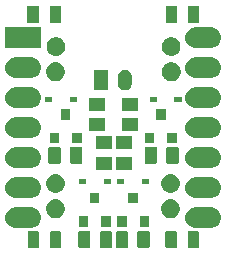
<source format=gbr>
%TF.GenerationSoftware,Flux,Pcbnew,7.0.11-7.0.11~ubuntu20.04.1*%
%TF.CreationDate,2025-02-07T02:19:33+00:00*%
%TF.ProjectId,input,696e7075-742e-46b6-9963-61645f706362,rev?*%
%TF.SameCoordinates,Original*%
%TF.FileFunction,Soldermask,Bot*%
%TF.FilePolarity,Negative*%
%FSLAX46Y46*%
G04 Gerber Fmt 4.6, Leading zero omitted, Abs format (unit mm)*
G04 Filename: imu-plus-motor-driver-2*
G04 Build it with Flux! Visit our site at: https://www.flux.ai (PCBNEW 7.0.11-7.0.11~ubuntu20.04.1) date 2025-02-07 02:19:33*
%MOMM*%
%LPD*%
G01*
G04 APERTURE LIST*
G04 APERTURE END LIST*
%TO.C,*%
G36*
X6326015Y11015091D02*
G01*
X6529485Y10897618D01*
X6695618Y10731485D01*
X6813091Y10528015D01*
X6873900Y10301073D01*
X6873900Y10066126D01*
X6813091Y9839184D01*
X6695618Y9635714D01*
X6529485Y9469581D01*
X6326015Y9352108D01*
X6099073Y9291299D01*
X4664126Y9291299D01*
X4437184Y9352108D01*
X4233714Y9469581D01*
X4067581Y9635714D01*
X3950108Y9839184D01*
X3889299Y10066126D01*
X3889299Y10301073D01*
X3950108Y10528015D01*
X4067581Y10731485D01*
X4233714Y10897618D01*
X4437184Y11015091D01*
X4664126Y11075900D01*
X6099073Y11075900D01*
X6326015Y11015091D01*
G37*
G36*
X-8913984Y-1684908D02*
G01*
X-8710514Y-1802381D01*
X-8544381Y-1968514D01*
X-8426908Y-2171984D01*
X-8366099Y-2398926D01*
X-8366099Y-2633873D01*
X-8426908Y-2860815D01*
X-8544381Y-3064285D01*
X-8710514Y-3230418D01*
X-8913984Y-3347891D01*
X-9140926Y-3408700D01*
X-10575873Y-3408700D01*
X-10802815Y-3347891D01*
X-11006285Y-3230418D01*
X-11172418Y-3064285D01*
X-11289891Y-2860815D01*
X-11350700Y-2633873D01*
X-11350700Y-2398926D01*
X-11289891Y-2171984D01*
X-11172418Y-1968514D01*
X-11006285Y-1802381D01*
X-10802815Y-1684908D01*
X-10575873Y-1624099D01*
X-9140926Y-1624099D01*
X-8913984Y-1684908D01*
G37*
G36*
X6326015Y5935091D02*
G01*
X6529485Y5817618D01*
X6695618Y5651485D01*
X6813091Y5448015D01*
X6873900Y5221073D01*
X6873900Y4986126D01*
X6813091Y4759184D01*
X6695618Y4555714D01*
X6529485Y4389581D01*
X6326015Y4272108D01*
X6099073Y4211299D01*
X4664126Y4211299D01*
X4437184Y4272108D01*
X4233714Y4389581D01*
X4067581Y4555714D01*
X3950108Y4759184D01*
X3889299Y4986126D01*
X3889299Y5221073D01*
X3950108Y5448015D01*
X4067581Y5651485D01*
X4233714Y5817618D01*
X4437184Y5935091D01*
X4664126Y5995900D01*
X6099073Y5995900D01*
X6326015Y5935091D01*
G37*
G36*
X-8913984Y3395091D02*
G01*
X-8710514Y3277618D01*
X-8544381Y3111485D01*
X-8426908Y2908015D01*
X-8366099Y2681073D01*
X-8366099Y2446126D01*
X-8426908Y2219184D01*
X-8544381Y2015714D01*
X-8710514Y1849581D01*
X-8913984Y1732108D01*
X-9140926Y1671299D01*
X-10575873Y1671299D01*
X-10802815Y1732108D01*
X-11006285Y1849581D01*
X-11172418Y2015714D01*
X-11289891Y2219184D01*
X-11350700Y2446126D01*
X-11350700Y2681073D01*
X-11289891Y2908015D01*
X-11172418Y3111485D01*
X-11006285Y3277618D01*
X-10802815Y3395091D01*
X-10575873Y3455900D01*
X-9140926Y3455900D01*
X-8913984Y3395091D01*
G37*
G36*
X6326015Y3395091D02*
G01*
X6529485Y3277618D01*
X6695618Y3111485D01*
X6813091Y2908015D01*
X6873900Y2681073D01*
X6873900Y2446126D01*
X6813091Y2219184D01*
X6695618Y2015714D01*
X6529485Y1849581D01*
X6326015Y1732108D01*
X6099073Y1671299D01*
X4664126Y1671299D01*
X4437184Y1732108D01*
X4233714Y1849581D01*
X4067581Y2015714D01*
X3950108Y2219184D01*
X3889299Y2446126D01*
X3889299Y2681073D01*
X3950108Y2908015D01*
X4067581Y3111485D01*
X4233714Y3277618D01*
X4437184Y3395091D01*
X4664126Y3455900D01*
X6099073Y3455900D01*
X6326015Y3395091D01*
G37*
G36*
X6326015Y855091D02*
G01*
X6529485Y737618D01*
X6695618Y571485D01*
X6813091Y368015D01*
X6873900Y141073D01*
X6873900Y-93873D01*
X6813091Y-320815D01*
X6695618Y-524285D01*
X6529485Y-690418D01*
X6326015Y-807891D01*
X6099073Y-868700D01*
X4664126Y-868700D01*
X4437184Y-807891D01*
X4233714Y-690418D01*
X4067581Y-524285D01*
X3950108Y-320815D01*
X3889299Y-93873D01*
X3889299Y141073D01*
X3950108Y368015D01*
X4067581Y571485D01*
X4233714Y737618D01*
X4437184Y855091D01*
X4664126Y915900D01*
X6099073Y915900D01*
X6326015Y855091D01*
G37*
G36*
X6326015Y-1684908D02*
G01*
X6529485Y-1802381D01*
X6695618Y-1968514D01*
X6813091Y-2171984D01*
X6873900Y-2398926D01*
X6873900Y-2633873D01*
X6813091Y-2860815D01*
X6695618Y-3064285D01*
X6529485Y-3230418D01*
X6326015Y-3347891D01*
X6099073Y-3408700D01*
X4664126Y-3408700D01*
X4437184Y-3347891D01*
X4233714Y-3230418D01*
X4067581Y-3064285D01*
X3950108Y-2860815D01*
X3889299Y-2633873D01*
X3889299Y-2398926D01*
X3950108Y-2171984D01*
X4067581Y-1968514D01*
X4233714Y-1802381D01*
X4437184Y-1684908D01*
X4664126Y-1624099D01*
X6099073Y-1624099D01*
X6326015Y-1684908D01*
G37*
G36*
X-8913984Y-4224908D02*
G01*
X-8710514Y-4342381D01*
X-8544381Y-4508514D01*
X-8426908Y-4711984D01*
X-8366099Y-4938926D01*
X-8366099Y-5173873D01*
X-8426908Y-5400815D01*
X-8544381Y-5604285D01*
X-8710514Y-5770418D01*
X-8913984Y-5887891D01*
X-9140926Y-5948700D01*
X-10575873Y-5948700D01*
X-10802815Y-5887891D01*
X-11006285Y-5770418D01*
X-11172418Y-5604285D01*
X-11289891Y-5400815D01*
X-11350700Y-5173873D01*
X-11350700Y-4938926D01*
X-11289891Y-4711984D01*
X-11172418Y-4508514D01*
X-11006285Y-4342381D01*
X-10802815Y-4224908D01*
X-10575873Y-4164099D01*
X-9140926Y-4164099D01*
X-8913984Y-4224908D01*
G37*
G36*
X6326015Y-4224908D02*
G01*
X6529485Y-4342381D01*
X6695618Y-4508514D01*
X6813091Y-4711984D01*
X6873900Y-4938926D01*
X6873900Y-5173873D01*
X6813091Y-5400815D01*
X6695618Y-5604285D01*
X6529485Y-5770418D01*
X6326015Y-5887891D01*
X6099073Y-5948700D01*
X4664126Y-5948700D01*
X4437184Y-5887891D01*
X4233714Y-5770418D01*
X4067581Y-5604285D01*
X3950108Y-5400815D01*
X3889299Y-5173873D01*
X3889299Y-4938926D01*
X3950108Y-4711984D01*
X4067581Y-4508514D01*
X4233714Y-4342381D01*
X4437184Y-4224908D01*
X4664126Y-4164099D01*
X6099073Y-4164099D01*
X6326015Y-4224908D01*
G37*
G36*
X6326015Y8475091D02*
G01*
X6529485Y8357618D01*
X6695618Y8191485D01*
X6813091Y7988015D01*
X6873900Y7761073D01*
X6873900Y7526126D01*
X6813091Y7299184D01*
X6695618Y7095714D01*
X6529485Y6929581D01*
X6326015Y6812108D01*
X6099073Y6751299D01*
X4664126Y6751299D01*
X4437184Y6812108D01*
X4233714Y6929581D01*
X4067581Y7095714D01*
X3950108Y7299184D01*
X3889299Y7526126D01*
X3889299Y7761073D01*
X3950108Y7988015D01*
X4067581Y8191485D01*
X4233714Y8357618D01*
X4437184Y8475091D01*
X4664126Y8535900D01*
X6099073Y8535900D01*
X6326015Y8475091D01*
G37*
G36*
X-8913984Y8475091D02*
G01*
X-8710514Y8357618D01*
X-8544381Y8191485D01*
X-8426908Y7988015D01*
X-8366099Y7761073D01*
X-8366099Y7526126D01*
X-8426908Y7299184D01*
X-8544381Y7095714D01*
X-8710514Y6929581D01*
X-8913984Y6812108D01*
X-9140926Y6751299D01*
X-10575873Y6751299D01*
X-10802815Y6812108D01*
X-11006285Y6929581D01*
X-11172418Y7095714D01*
X-11289891Y7299184D01*
X-11350700Y7526126D01*
X-11350700Y7761073D01*
X-11289891Y7988015D01*
X-11172418Y8191485D01*
X-11006285Y8357618D01*
X-10802815Y8475091D01*
X-10575873Y8535900D01*
X-9140926Y8535900D01*
X-8913984Y8475091D01*
G37*
G36*
X-8358400Y9283600D02*
G01*
X-11358400Y9283600D01*
X-11358400Y11083600D01*
X-8358400Y11083600D01*
X-8358400Y9283600D01*
G37*
G36*
X-8913984Y855091D02*
G01*
X-8710514Y737618D01*
X-8544381Y571485D01*
X-8426908Y368015D01*
X-8366099Y141073D01*
X-8366099Y-93873D01*
X-8426908Y-320815D01*
X-8544381Y-524285D01*
X-8710514Y-690418D01*
X-8913984Y-807891D01*
X-9140926Y-868700D01*
X-10575873Y-868700D01*
X-10802815Y-807891D01*
X-11006285Y-690418D01*
X-11172418Y-524285D01*
X-11289891Y-320815D01*
X-11350700Y-93873D01*
X-11350700Y141073D01*
X-11289891Y368015D01*
X-11172418Y571485D01*
X-11006285Y737618D01*
X-10802815Y855091D01*
X-10575873Y915900D01*
X-9140926Y915900D01*
X-8913984Y855091D01*
G37*
G36*
X-8913984Y5935091D02*
G01*
X-8710514Y5817618D01*
X-8544381Y5651485D01*
X-8426908Y5448015D01*
X-8366099Y5221073D01*
X-8366099Y4986126D01*
X-8426908Y4759184D01*
X-8544381Y4555714D01*
X-8710514Y4389581D01*
X-8913984Y4272108D01*
X-9140926Y4211299D01*
X-10575873Y4211299D01*
X-10802815Y4272108D01*
X-11006285Y4389581D01*
X-11172418Y4555714D01*
X-11289891Y4759184D01*
X-11350700Y4986126D01*
X-11350700Y5221073D01*
X-11289891Y5448015D01*
X-11172418Y5651485D01*
X-11006285Y5817618D01*
X-10802815Y5935091D01*
X-10575873Y5995900D01*
X-9140926Y5995900D01*
X-8913984Y5935091D01*
G37*
G36*
X-2294496Y710999D02*
G01*
X-3674496Y710999D01*
X-3674496Y1810999D01*
X-2294496Y1810999D01*
X-2294496Y710999D01*
G37*
G36*
X-2294503Y-1014999D02*
G01*
X-3674503Y-1014999D01*
X-3674503Y85000D01*
X-2294503Y85000D01*
X-2294503Y-1014999D01*
G37*
G36*
X-3391896Y-3848500D02*
G01*
X-4191896Y-3848500D01*
X-4191896Y-2948500D01*
X-3391896Y-2948500D01*
X-3391896Y-3848500D01*
G37*
G36*
X-4341903Y-5848496D02*
G01*
X-5141903Y-5848496D01*
X-5141903Y-4948496D01*
X-4341903Y-4948496D01*
X-4341903Y-5848496D01*
G37*
G36*
X-2441903Y-5848503D02*
G01*
X-3241903Y-5848503D01*
X-3241903Y-4948503D01*
X-2441903Y-4948503D01*
X-2441903Y-5848503D01*
G37*
G36*
X-1077464Y-6225156D02*
G01*
X-1074032Y-6225324D01*
X-1070608Y-6225605D01*
X-1067194Y-6225998D01*
X-1063795Y-6226502D01*
X-1060415Y-6227117D01*
X-1057056Y-6227842D01*
X-1053724Y-6228677D01*
X-1050420Y-6229621D01*
X-1047148Y-6230672D01*
X-1043913Y-6231829D01*
X-1040718Y-6233092D01*
X-1037565Y-6234459D01*
X-1034459Y-6235928D01*
X-1031403Y-6237498D01*
X-1028400Y-6239167D01*
X-1025452Y-6240933D01*
X-1022565Y-6242795D01*
X-1019739Y-6244751D01*
X-1016980Y-6246797D01*
X-1014288Y-6248933D01*
X-1011668Y-6251156D01*
X-1009122Y-6253464D01*
X-1006653Y-6255853D01*
X-1004264Y-6258322D01*
X-1001956Y-6260868D01*
X-999733Y-6263488D01*
X-997597Y-6266180D01*
X-995551Y-6268939D01*
X-993595Y-6271765D01*
X-991733Y-6274652D01*
X-989967Y-6277600D01*
X-988298Y-6280603D01*
X-986728Y-6283659D01*
X-985259Y-6286765D01*
X-983892Y-6289918D01*
X-982629Y-6293113D01*
X-981472Y-6296348D01*
X-980421Y-6299620D01*
X-979477Y-6302924D01*
X-978642Y-6306256D01*
X-977917Y-6309615D01*
X-977302Y-6312995D01*
X-976798Y-6316394D01*
X-976405Y-6319808D01*
X-976124Y-6323232D01*
X-975956Y-6326664D01*
X-975900Y-6330100D01*
X-975900Y-7520099D01*
X-975956Y-7523535D01*
X-976124Y-7526967D01*
X-976405Y-7530391D01*
X-976798Y-7533805D01*
X-977302Y-7537204D01*
X-977917Y-7540584D01*
X-978642Y-7543943D01*
X-979477Y-7547275D01*
X-980421Y-7550579D01*
X-981472Y-7553851D01*
X-982629Y-7557086D01*
X-983892Y-7560281D01*
X-985259Y-7563434D01*
X-986728Y-7566540D01*
X-988298Y-7569596D01*
X-989967Y-7572600D01*
X-991733Y-7575547D01*
X-993595Y-7578434D01*
X-995551Y-7581260D01*
X-997597Y-7584019D01*
X-999733Y-7586711D01*
X-1001956Y-7589331D01*
X-1004264Y-7591877D01*
X-1006653Y-7594346D01*
X-1009122Y-7596735D01*
X-1011668Y-7599043D01*
X-1014288Y-7601266D01*
X-1016980Y-7603402D01*
X-1019739Y-7605448D01*
X-1022565Y-7607404D01*
X-1025452Y-7609266D01*
X-1028400Y-7611032D01*
X-1031403Y-7612701D01*
X-1034459Y-7614271D01*
X-1037565Y-7615740D01*
X-1040718Y-7617107D01*
X-1043913Y-7618370D01*
X-1047148Y-7619527D01*
X-1050420Y-7620578D01*
X-1053724Y-7621522D01*
X-1057056Y-7622357D01*
X-1060415Y-7623082D01*
X-1063795Y-7623697D01*
X-1067194Y-7624201D01*
X-1070608Y-7624594D01*
X-1074032Y-7624875D01*
X-1077464Y-7625043D01*
X-1080900Y-7625100D01*
X-1895900Y-7625100D01*
X-1899335Y-7625043D01*
X-1902767Y-7624875D01*
X-1906191Y-7624594D01*
X-1909605Y-7624201D01*
X-1913004Y-7623697D01*
X-1916384Y-7623082D01*
X-1919743Y-7622357D01*
X-1923075Y-7621522D01*
X-1926379Y-7620578D01*
X-1929651Y-7619527D01*
X-1932886Y-7618370D01*
X-1936081Y-7617107D01*
X-1939234Y-7615740D01*
X-1942340Y-7614271D01*
X-1945396Y-7612701D01*
X-1948400Y-7611032D01*
X-1951347Y-7609266D01*
X-1954234Y-7607404D01*
X-1957060Y-7605448D01*
X-1959819Y-7603402D01*
X-1962511Y-7601266D01*
X-1965131Y-7599043D01*
X-1967677Y-7596735D01*
X-1970146Y-7594346D01*
X-1972535Y-7591877D01*
X-1974843Y-7589331D01*
X-1977066Y-7586711D01*
X-1979202Y-7584019D01*
X-1981248Y-7581260D01*
X-1983204Y-7578434D01*
X-1985066Y-7575547D01*
X-1986832Y-7572600D01*
X-1988501Y-7569596D01*
X-1990071Y-7566540D01*
X-1991540Y-7563434D01*
X-1992907Y-7560281D01*
X-1994170Y-7557086D01*
X-1995327Y-7553851D01*
X-1996378Y-7550579D01*
X-1997322Y-7547275D01*
X-1998157Y-7543943D01*
X-1998882Y-7540584D01*
X-1999497Y-7537204D01*
X-2000001Y-7533805D01*
X-2000394Y-7530391D01*
X-2000675Y-7526967D01*
X-2000843Y-7523535D01*
X-2000899Y-7520099D01*
X-2000899Y-6330100D01*
X-2000843Y-6326664D01*
X-2000675Y-6323232D01*
X-2000394Y-6319808D01*
X-2000001Y-6316394D01*
X-1999497Y-6312995D01*
X-1998882Y-6309615D01*
X-1998157Y-6306256D01*
X-1997322Y-6302924D01*
X-1996378Y-6299620D01*
X-1995327Y-6296348D01*
X-1994170Y-6293113D01*
X-1992907Y-6289918D01*
X-1991540Y-6286765D01*
X-1990071Y-6283659D01*
X-1988501Y-6280603D01*
X-1986832Y-6277600D01*
X-1985066Y-6274652D01*
X-1983204Y-6271765D01*
X-1981248Y-6268939D01*
X-1979202Y-6266180D01*
X-1977066Y-6263488D01*
X-1974843Y-6260868D01*
X-1972535Y-6258322D01*
X-1970146Y-6255853D01*
X-1967677Y-6253464D01*
X-1965131Y-6251156D01*
X-1962511Y-6248933D01*
X-1959819Y-6246797D01*
X-1957060Y-6244751D01*
X-1954234Y-6242795D01*
X-1951347Y-6240933D01*
X-1948400Y-6239167D01*
X-1945396Y-6237498D01*
X-1942340Y-6235928D01*
X-1939234Y-6234459D01*
X-1936081Y-6233092D01*
X-1932886Y-6231829D01*
X-1929651Y-6230672D01*
X-1926379Y-6229621D01*
X-1923075Y-6228677D01*
X-1919743Y-6227842D01*
X-1916384Y-6227117D01*
X-1913004Y-6226502D01*
X-1909605Y-6225998D01*
X-1906191Y-6225605D01*
X-1902767Y-6225324D01*
X-1899335Y-6225156D01*
X-1895900Y-6225099D01*
X-1080900Y-6225099D01*
X-1077464Y-6225156D01*
G37*
G36*
X747535Y-6225156D02*
G01*
X750967Y-6225324D01*
X754391Y-6225605D01*
X757805Y-6225998D01*
X761204Y-6226502D01*
X764584Y-6227117D01*
X767943Y-6227842D01*
X771275Y-6228677D01*
X774579Y-6229621D01*
X777851Y-6230672D01*
X781086Y-6231829D01*
X784281Y-6233092D01*
X787434Y-6234459D01*
X790540Y-6235928D01*
X793596Y-6237498D01*
X796600Y-6239167D01*
X799547Y-6240933D01*
X802434Y-6242795D01*
X805260Y-6244751D01*
X808019Y-6246797D01*
X810711Y-6248933D01*
X813331Y-6251156D01*
X815877Y-6253464D01*
X818346Y-6255853D01*
X820735Y-6258322D01*
X823043Y-6260868D01*
X825266Y-6263488D01*
X827402Y-6266180D01*
X829448Y-6268939D01*
X831404Y-6271765D01*
X833266Y-6274652D01*
X835032Y-6277600D01*
X836701Y-6280603D01*
X838271Y-6283659D01*
X839740Y-6286765D01*
X841107Y-6289918D01*
X842370Y-6293113D01*
X843527Y-6296348D01*
X844578Y-6299620D01*
X845522Y-6302924D01*
X846357Y-6306256D01*
X847082Y-6309615D01*
X847697Y-6312995D01*
X848201Y-6316394D01*
X848594Y-6319808D01*
X848875Y-6323232D01*
X849043Y-6326664D01*
X849100Y-6330100D01*
X849100Y-7520099D01*
X849043Y-7523535D01*
X848875Y-7526967D01*
X848594Y-7530391D01*
X848201Y-7533805D01*
X847697Y-7537204D01*
X847082Y-7540584D01*
X846357Y-7543943D01*
X845522Y-7547275D01*
X844578Y-7550579D01*
X843527Y-7553851D01*
X842370Y-7557086D01*
X841107Y-7560281D01*
X839740Y-7563434D01*
X838271Y-7566540D01*
X836701Y-7569596D01*
X835032Y-7572600D01*
X833266Y-7575547D01*
X831404Y-7578434D01*
X829448Y-7581260D01*
X827402Y-7584019D01*
X825266Y-7586711D01*
X823043Y-7589331D01*
X820735Y-7591877D01*
X818346Y-7594346D01*
X815877Y-7596735D01*
X813331Y-7599043D01*
X810711Y-7601266D01*
X808019Y-7603402D01*
X805260Y-7605448D01*
X802434Y-7607404D01*
X799547Y-7609266D01*
X796600Y-7611032D01*
X793596Y-7612701D01*
X790540Y-7614271D01*
X787434Y-7615740D01*
X784281Y-7617107D01*
X781086Y-7618370D01*
X777851Y-7619527D01*
X774579Y-7620578D01*
X771275Y-7621522D01*
X767943Y-7622357D01*
X764584Y-7623082D01*
X761204Y-7623697D01*
X757805Y-7624201D01*
X754391Y-7624594D01*
X750967Y-7624875D01*
X747535Y-7625043D01*
X744100Y-7625100D01*
X-70899Y-7625100D01*
X-74335Y-7625043D01*
X-77767Y-7624875D01*
X-81191Y-7624594D01*
X-84605Y-7624201D01*
X-88004Y-7623697D01*
X-91384Y-7623082D01*
X-94743Y-7622357D01*
X-98075Y-7621522D01*
X-101379Y-7620578D01*
X-104651Y-7619527D01*
X-107886Y-7618370D01*
X-111081Y-7617107D01*
X-114234Y-7615740D01*
X-117340Y-7614271D01*
X-120396Y-7612701D01*
X-123400Y-7611032D01*
X-126347Y-7609266D01*
X-129234Y-7607404D01*
X-132060Y-7605448D01*
X-134819Y-7603402D01*
X-137511Y-7601266D01*
X-140131Y-7599043D01*
X-142677Y-7596735D01*
X-145146Y-7594346D01*
X-147535Y-7591877D01*
X-149843Y-7589331D01*
X-152066Y-7586711D01*
X-154202Y-7584019D01*
X-156248Y-7581260D01*
X-158204Y-7578434D01*
X-160066Y-7575547D01*
X-161832Y-7572600D01*
X-163501Y-7569596D01*
X-165071Y-7566540D01*
X-166540Y-7563434D01*
X-167907Y-7560281D01*
X-169170Y-7557086D01*
X-170327Y-7553851D01*
X-171378Y-7550579D01*
X-172322Y-7547275D01*
X-173157Y-7543943D01*
X-173882Y-7540584D01*
X-174497Y-7537204D01*
X-175001Y-7533805D01*
X-175394Y-7530391D01*
X-175675Y-7526967D01*
X-175843Y-7523535D01*
X-175899Y-7520099D01*
X-175899Y-6330100D01*
X-175843Y-6326664D01*
X-175675Y-6323232D01*
X-175394Y-6319808D01*
X-175001Y-6316394D01*
X-174497Y-6312995D01*
X-173882Y-6309615D01*
X-173157Y-6306256D01*
X-172322Y-6302924D01*
X-171378Y-6299620D01*
X-170327Y-6296348D01*
X-169170Y-6293113D01*
X-167907Y-6289918D01*
X-166540Y-6286765D01*
X-165071Y-6283659D01*
X-163501Y-6280603D01*
X-161832Y-6277600D01*
X-160066Y-6274652D01*
X-158204Y-6271765D01*
X-156248Y-6268939D01*
X-154202Y-6266180D01*
X-152066Y-6263488D01*
X-149843Y-6260868D01*
X-147535Y-6258322D01*
X-145146Y-6255853D01*
X-142677Y-6253464D01*
X-140131Y-6251156D01*
X-137511Y-6248933D01*
X-134819Y-6246797D01*
X-132060Y-6244751D01*
X-129234Y-6242795D01*
X-126347Y-6240933D01*
X-123400Y-6239167D01*
X-120396Y-6237498D01*
X-117340Y-6235928D01*
X-114234Y-6234459D01*
X-111081Y-6233092D01*
X-107886Y-6231829D01*
X-104651Y-6230672D01*
X-101379Y-6229621D01*
X-98075Y-6228677D01*
X-94743Y-6227842D01*
X-91384Y-6227117D01*
X-88004Y-6226502D01*
X-84605Y-6225998D01*
X-81191Y-6225605D01*
X-77767Y-6225324D01*
X-74335Y-6225156D01*
X-70899Y-6225099D01*
X744100Y-6225099D01*
X747535Y-6225156D01*
G37*
G36*
X-2911200Y2281600D02*
G01*
X-4291200Y2281600D01*
X-4291200Y3381600D01*
X-2911200Y3381600D01*
X-2911200Y2281600D01*
G37*
G36*
X-2911199Y4007599D02*
G01*
X-4291199Y4007599D01*
X-4291199Y5107599D01*
X-2911199Y5107599D01*
X-2911199Y4007599D01*
G37*
G36*
X-5846196Y3244599D02*
G01*
X-6646196Y3244599D01*
X-6646196Y4144599D01*
X-5846196Y4144599D01*
X-5846196Y3244599D01*
G37*
G36*
X-6796203Y1244603D02*
G01*
X-7596203Y1244603D01*
X-7596203Y2144603D01*
X-6796203Y2144603D01*
X-6796203Y1244603D01*
G37*
G36*
X-4896203Y1244596D02*
G01*
X-5696203Y1244596D01*
X-5696203Y2144596D01*
X-4896203Y2144596D01*
X-4896203Y1244596D01*
G37*
G36*
X-6785264Y907143D02*
G01*
X-6781832Y906975D01*
X-6778408Y906694D01*
X-6774994Y906301D01*
X-6771595Y905797D01*
X-6768215Y905182D01*
X-6764856Y904457D01*
X-6761524Y903622D01*
X-6758220Y902678D01*
X-6754948Y901627D01*
X-6751713Y900470D01*
X-6748518Y899207D01*
X-6745365Y897840D01*
X-6742259Y896371D01*
X-6739203Y894801D01*
X-6736200Y893132D01*
X-6733252Y891366D01*
X-6730365Y889504D01*
X-6727539Y887548D01*
X-6724780Y885502D01*
X-6722088Y883366D01*
X-6719468Y881143D01*
X-6716922Y878835D01*
X-6714453Y876446D01*
X-6712064Y873977D01*
X-6709756Y871431D01*
X-6707533Y868811D01*
X-6705397Y866119D01*
X-6703351Y863360D01*
X-6701395Y860534D01*
X-6699533Y857647D01*
X-6697767Y854700D01*
X-6696098Y851696D01*
X-6694528Y848640D01*
X-6693059Y845534D01*
X-6691692Y842381D01*
X-6690429Y839186D01*
X-6689272Y835951D01*
X-6688221Y832679D01*
X-6687277Y829375D01*
X-6686442Y826043D01*
X-6685717Y822684D01*
X-6685102Y819304D01*
X-6684598Y815905D01*
X-6684205Y812491D01*
X-6683924Y809067D01*
X-6683756Y805635D01*
X-6683700Y802200D01*
X-6683700Y-387800D01*
X-6683756Y-391235D01*
X-6683924Y-394667D01*
X-6684205Y-398091D01*
X-6684598Y-401505D01*
X-6685102Y-404904D01*
X-6685717Y-408284D01*
X-6686442Y-411643D01*
X-6687277Y-414975D01*
X-6688221Y-418279D01*
X-6689272Y-421551D01*
X-6690429Y-424786D01*
X-6691692Y-427981D01*
X-6693059Y-431134D01*
X-6694528Y-434240D01*
X-6696098Y-437296D01*
X-6697767Y-440299D01*
X-6699533Y-443247D01*
X-6701395Y-446134D01*
X-6703351Y-448960D01*
X-6705397Y-451719D01*
X-6707533Y-454411D01*
X-6709756Y-457031D01*
X-6712064Y-459577D01*
X-6714453Y-462046D01*
X-6716922Y-464435D01*
X-6719468Y-466743D01*
X-6722088Y-468966D01*
X-6724780Y-471102D01*
X-6727539Y-473148D01*
X-6730365Y-475104D01*
X-6733252Y-476966D01*
X-6736200Y-478732D01*
X-6739203Y-480401D01*
X-6742259Y-481971D01*
X-6745365Y-483440D01*
X-6748518Y-484807D01*
X-6751713Y-486070D01*
X-6754948Y-487227D01*
X-6758220Y-488278D01*
X-6761524Y-489222D01*
X-6764856Y-490057D01*
X-6768215Y-490782D01*
X-6771595Y-491397D01*
X-6774994Y-491901D01*
X-6778408Y-492294D01*
X-6781832Y-492575D01*
X-6785264Y-492743D01*
X-6788700Y-492799D01*
X-7603700Y-492799D01*
X-7607135Y-492743D01*
X-7610567Y-492575D01*
X-7613991Y-492294D01*
X-7617405Y-491901D01*
X-7620804Y-491397D01*
X-7624184Y-490782D01*
X-7627543Y-490057D01*
X-7630875Y-489222D01*
X-7634179Y-488278D01*
X-7637451Y-487227D01*
X-7640686Y-486070D01*
X-7643881Y-484807D01*
X-7647034Y-483440D01*
X-7650140Y-481971D01*
X-7653196Y-480401D01*
X-7656200Y-478732D01*
X-7659147Y-476966D01*
X-7662034Y-475104D01*
X-7664860Y-473148D01*
X-7667619Y-471102D01*
X-7670311Y-468966D01*
X-7672931Y-466743D01*
X-7675477Y-464435D01*
X-7677946Y-462046D01*
X-7680335Y-459577D01*
X-7682643Y-457031D01*
X-7684866Y-454411D01*
X-7687002Y-451719D01*
X-7689048Y-448960D01*
X-7691004Y-446134D01*
X-7692866Y-443247D01*
X-7694632Y-440299D01*
X-7696301Y-437296D01*
X-7697871Y-434240D01*
X-7699340Y-431134D01*
X-7700707Y-427981D01*
X-7701970Y-424786D01*
X-7703127Y-421551D01*
X-7704178Y-418279D01*
X-7705122Y-414975D01*
X-7705957Y-411643D01*
X-7706682Y-408284D01*
X-7707297Y-404904D01*
X-7707801Y-401505D01*
X-7708194Y-398091D01*
X-7708475Y-394667D01*
X-7708643Y-391235D01*
X-7708700Y-387800D01*
X-7708700Y802200D01*
X-7708643Y805635D01*
X-7708475Y809067D01*
X-7708194Y812491D01*
X-7707801Y815905D01*
X-7707297Y819304D01*
X-7706682Y822684D01*
X-7705957Y826043D01*
X-7705122Y829375D01*
X-7704178Y832679D01*
X-7703127Y835951D01*
X-7701970Y839186D01*
X-7700707Y842381D01*
X-7699340Y845534D01*
X-7697871Y848640D01*
X-7696301Y851696D01*
X-7694632Y854700D01*
X-7692866Y857647D01*
X-7691004Y860534D01*
X-7689048Y863360D01*
X-7687002Y866119D01*
X-7684866Y868811D01*
X-7682643Y871431D01*
X-7680335Y873977D01*
X-7677946Y876446D01*
X-7675477Y878835D01*
X-7672931Y881143D01*
X-7670311Y883366D01*
X-7667619Y885502D01*
X-7664860Y887548D01*
X-7662034Y889504D01*
X-7659147Y891366D01*
X-7656200Y893132D01*
X-7653196Y894801D01*
X-7650140Y896371D01*
X-7647034Y897840D01*
X-7643881Y899207D01*
X-7640686Y900470D01*
X-7637451Y901627D01*
X-7634179Y902678D01*
X-7630875Y903622D01*
X-7627543Y904457D01*
X-7624184Y905182D01*
X-7620804Y905797D01*
X-7617405Y906301D01*
X-7613991Y906694D01*
X-7610567Y906975D01*
X-7607135Y907143D01*
X-7603700Y907200D01*
X-6788700Y907200D01*
X-6785264Y907143D01*
G37*
G36*
X-4960264Y907143D02*
G01*
X-4956832Y906975D01*
X-4953408Y906694D01*
X-4949994Y906301D01*
X-4946595Y905797D01*
X-4943215Y905182D01*
X-4939856Y904457D01*
X-4936524Y903622D01*
X-4933220Y902678D01*
X-4929948Y901627D01*
X-4926713Y900470D01*
X-4923518Y899207D01*
X-4920365Y897840D01*
X-4917259Y896371D01*
X-4914203Y894801D01*
X-4911200Y893132D01*
X-4908252Y891366D01*
X-4905365Y889504D01*
X-4902539Y887548D01*
X-4899780Y885502D01*
X-4897088Y883366D01*
X-4894468Y881143D01*
X-4891922Y878835D01*
X-4889453Y876446D01*
X-4887064Y873977D01*
X-4884756Y871431D01*
X-4882533Y868811D01*
X-4880397Y866119D01*
X-4878351Y863360D01*
X-4876395Y860534D01*
X-4874533Y857647D01*
X-4872767Y854700D01*
X-4871098Y851696D01*
X-4869528Y848640D01*
X-4868059Y845534D01*
X-4866692Y842381D01*
X-4865429Y839186D01*
X-4864272Y835951D01*
X-4863221Y832679D01*
X-4862277Y829375D01*
X-4861442Y826043D01*
X-4860717Y822684D01*
X-4860102Y819304D01*
X-4859598Y815905D01*
X-4859205Y812491D01*
X-4858924Y809067D01*
X-4858756Y805635D01*
X-4858700Y802200D01*
X-4858700Y-387800D01*
X-4858756Y-391235D01*
X-4858924Y-394667D01*
X-4859205Y-398091D01*
X-4859598Y-401505D01*
X-4860102Y-404904D01*
X-4860717Y-408284D01*
X-4861442Y-411643D01*
X-4862277Y-414975D01*
X-4863221Y-418279D01*
X-4864272Y-421551D01*
X-4865429Y-424786D01*
X-4866692Y-427981D01*
X-4868059Y-431134D01*
X-4869528Y-434240D01*
X-4871098Y-437296D01*
X-4872767Y-440299D01*
X-4874533Y-443247D01*
X-4876395Y-446134D01*
X-4878351Y-448960D01*
X-4880397Y-451719D01*
X-4882533Y-454411D01*
X-4884756Y-457031D01*
X-4887064Y-459577D01*
X-4889453Y-462046D01*
X-4891922Y-464435D01*
X-4894468Y-466743D01*
X-4897088Y-468966D01*
X-4899780Y-471102D01*
X-4902539Y-473148D01*
X-4905365Y-475104D01*
X-4908252Y-476966D01*
X-4911200Y-478732D01*
X-4914203Y-480401D01*
X-4917259Y-481971D01*
X-4920365Y-483440D01*
X-4923518Y-484807D01*
X-4926713Y-486070D01*
X-4929948Y-487227D01*
X-4933220Y-488278D01*
X-4936524Y-489222D01*
X-4939856Y-490057D01*
X-4943215Y-490782D01*
X-4946595Y-491397D01*
X-4949994Y-491901D01*
X-4953408Y-492294D01*
X-4956832Y-492575D01*
X-4960264Y-492743D01*
X-4963700Y-492799D01*
X-5778700Y-492799D01*
X-5782135Y-492743D01*
X-5785567Y-492575D01*
X-5788991Y-492294D01*
X-5792405Y-491901D01*
X-5795804Y-491397D01*
X-5799184Y-490782D01*
X-5802543Y-490057D01*
X-5805875Y-489222D01*
X-5809179Y-488278D01*
X-5812451Y-487227D01*
X-5815686Y-486070D01*
X-5818881Y-484807D01*
X-5822034Y-483440D01*
X-5825140Y-481971D01*
X-5828196Y-480401D01*
X-5831200Y-478732D01*
X-5834147Y-476966D01*
X-5837034Y-475104D01*
X-5839860Y-473148D01*
X-5842619Y-471102D01*
X-5845311Y-468966D01*
X-5847931Y-466743D01*
X-5850477Y-464435D01*
X-5852946Y-462046D01*
X-5855335Y-459577D01*
X-5857643Y-457031D01*
X-5859866Y-454411D01*
X-5862002Y-451719D01*
X-5864048Y-448960D01*
X-5866004Y-446134D01*
X-5867866Y-443247D01*
X-5869632Y-440299D01*
X-5871301Y-437296D01*
X-5872871Y-434240D01*
X-5874340Y-431134D01*
X-5875707Y-427981D01*
X-5876970Y-424786D01*
X-5878127Y-421551D01*
X-5879178Y-418279D01*
X-5880122Y-414975D01*
X-5880957Y-411643D01*
X-5881682Y-408284D01*
X-5882297Y-404904D01*
X-5882801Y-401505D01*
X-5883194Y-398091D01*
X-5883475Y-394667D01*
X-5883643Y-391235D01*
X-5883700Y-387800D01*
X-5883700Y802200D01*
X-5883643Y805635D01*
X-5883475Y809067D01*
X-5883194Y812491D01*
X-5882801Y815905D01*
X-5882297Y819304D01*
X-5881682Y822684D01*
X-5880957Y826043D01*
X-5880122Y829375D01*
X-5879178Y832679D01*
X-5878127Y835951D01*
X-5876970Y839186D01*
X-5875707Y842381D01*
X-5874340Y845534D01*
X-5872871Y848640D01*
X-5871301Y851696D01*
X-5869632Y854700D01*
X-5867866Y857647D01*
X-5866004Y860534D01*
X-5864048Y863360D01*
X-5862002Y866119D01*
X-5859866Y868811D01*
X-5857643Y871431D01*
X-5855335Y873977D01*
X-5852946Y876446D01*
X-5850477Y878835D01*
X-5847931Y881143D01*
X-5845311Y883366D01*
X-5842619Y885502D01*
X-5839860Y887548D01*
X-5837034Y889504D01*
X-5834147Y891366D01*
X-5831200Y893132D01*
X-5828196Y894801D01*
X-5825140Y896371D01*
X-5822034Y897840D01*
X-5818881Y899207D01*
X-5815686Y900470D01*
X-5812451Y901627D01*
X-5809179Y902678D01*
X-5805875Y903622D01*
X-5802543Y904457D01*
X-5799184Y905182D01*
X-5795804Y905797D01*
X-5792405Y906301D01*
X-5788991Y906694D01*
X-5785567Y906975D01*
X-5782135Y907143D01*
X-5778700Y907200D01*
X-4963700Y907200D01*
X-4960264Y907143D01*
G37*
G36*
X-6642900Y11458000D02*
G01*
X-7592899Y11458000D01*
X-7592899Y12857999D01*
X-6642900Y12857999D01*
X-6642900Y11458000D01*
G37*
G36*
X-8542900Y11458000D02*
G01*
X-9492899Y11458000D01*
X-9492899Y12857999D01*
X-8542900Y12857999D01*
X-8542900Y11458000D01*
G37*
G36*
X5054399Y11458000D02*
G01*
X4104400Y11458000D01*
X4104400Y12857999D01*
X5054399Y12857999D01*
X5054399Y11458000D01*
G37*
G36*
X3154400Y11458000D02*
G01*
X2204399Y11458000D01*
X2204399Y12857999D01*
X3154400Y12857999D01*
X3154400Y11458000D01*
G37*
G36*
X-138296Y-3848500D02*
G01*
X-938296Y-3848500D01*
X-938296Y-2948500D01*
X-138296Y-2948500D01*
X-138296Y-3848500D01*
G37*
G36*
X-1088403Y-5848496D02*
G01*
X-1888403Y-5848496D01*
X-1888403Y-4948496D01*
X-1088403Y-4948496D01*
X-1088403Y-5848496D01*
G37*
G36*
X811696Y-5848503D02*
G01*
X11696Y-5848503D01*
X11696Y-4948503D01*
X811696Y-4948503D01*
X811696Y-5848503D01*
G37*
G36*
X-5314200Y4704102D02*
G01*
X-5914200Y4704102D01*
X-5914200Y5154102D01*
X-5314200Y5154102D01*
X-5314200Y4704102D01*
G37*
G36*
X-7414199Y4704097D02*
G01*
X-8014199Y4704097D01*
X-8014199Y5154097D01*
X-7414199Y5154097D01*
X-7414199Y4704097D01*
G37*
G36*
X-654896Y711599D02*
G01*
X-2034896Y711599D01*
X-2034896Y1811599D01*
X-654896Y1811599D01*
X-654896Y711599D01*
G37*
G36*
X-654903Y-1014399D02*
G01*
X-2034903Y-1014399D01*
X-2034903Y85600D01*
X-654903Y85600D01*
X-654903Y-1014399D01*
G37*
G36*
X2215003Y3244599D02*
G01*
X1415003Y3244599D01*
X1415003Y4144599D01*
X2215003Y4144599D01*
X2215003Y3244599D01*
G37*
G36*
X1264996Y1244603D02*
G01*
X464996Y1244603D01*
X464996Y2144603D01*
X1264996Y2144603D01*
X1264996Y1244603D01*
G37*
G36*
X3164996Y1244596D02*
G01*
X2364996Y1244596D01*
X2364996Y2144596D01*
X3164996Y2144596D01*
X3164996Y1244596D01*
G37*
G36*
X1375935Y907143D02*
G01*
X1379367Y906975D01*
X1382791Y906694D01*
X1386205Y906301D01*
X1389604Y905797D01*
X1392984Y905182D01*
X1396343Y904457D01*
X1399675Y903622D01*
X1402979Y902678D01*
X1406251Y901627D01*
X1409486Y900470D01*
X1412681Y899207D01*
X1415834Y897840D01*
X1418940Y896371D01*
X1421996Y894801D01*
X1425000Y893132D01*
X1427947Y891366D01*
X1430834Y889504D01*
X1433660Y887548D01*
X1436419Y885502D01*
X1439111Y883366D01*
X1441731Y881143D01*
X1444277Y878835D01*
X1446746Y876446D01*
X1449135Y873977D01*
X1451443Y871431D01*
X1453666Y868811D01*
X1455802Y866119D01*
X1457848Y863360D01*
X1459804Y860534D01*
X1461666Y857647D01*
X1463432Y854700D01*
X1465101Y851696D01*
X1466671Y848640D01*
X1468140Y845534D01*
X1469507Y842381D01*
X1470770Y839186D01*
X1471927Y835951D01*
X1472978Y832679D01*
X1473922Y829375D01*
X1474757Y826043D01*
X1475482Y822684D01*
X1476097Y819304D01*
X1476601Y815905D01*
X1476994Y812491D01*
X1477275Y809067D01*
X1477443Y805635D01*
X1477500Y802200D01*
X1477500Y-387800D01*
X1477443Y-391235D01*
X1477275Y-394667D01*
X1476994Y-398091D01*
X1476601Y-401505D01*
X1476097Y-404904D01*
X1475482Y-408284D01*
X1474757Y-411643D01*
X1473922Y-414975D01*
X1472978Y-418279D01*
X1471927Y-421551D01*
X1470770Y-424786D01*
X1469507Y-427981D01*
X1468140Y-431134D01*
X1466671Y-434240D01*
X1465101Y-437296D01*
X1463432Y-440299D01*
X1461666Y-443247D01*
X1459804Y-446134D01*
X1457848Y-448960D01*
X1455802Y-451719D01*
X1453666Y-454411D01*
X1451443Y-457031D01*
X1449135Y-459577D01*
X1446746Y-462046D01*
X1444277Y-464435D01*
X1441731Y-466743D01*
X1439111Y-468966D01*
X1436419Y-471102D01*
X1433660Y-473148D01*
X1430834Y-475104D01*
X1427947Y-476966D01*
X1425000Y-478732D01*
X1421996Y-480401D01*
X1418940Y-481971D01*
X1415834Y-483440D01*
X1412681Y-484807D01*
X1409486Y-486070D01*
X1406251Y-487227D01*
X1402979Y-488278D01*
X1399675Y-489222D01*
X1396343Y-490057D01*
X1392984Y-490782D01*
X1389604Y-491397D01*
X1386205Y-491901D01*
X1382791Y-492294D01*
X1379367Y-492575D01*
X1375935Y-492743D01*
X1372500Y-492799D01*
X557500Y-492799D01*
X554064Y-492743D01*
X550632Y-492575D01*
X547208Y-492294D01*
X543794Y-491901D01*
X540395Y-491397D01*
X537015Y-490782D01*
X533656Y-490057D01*
X530324Y-489222D01*
X527020Y-488278D01*
X523748Y-487227D01*
X520513Y-486070D01*
X517318Y-484807D01*
X514165Y-483440D01*
X511059Y-481971D01*
X508003Y-480401D01*
X504999Y-478732D01*
X502052Y-476966D01*
X499165Y-475104D01*
X496339Y-473148D01*
X493580Y-471102D01*
X490888Y-468966D01*
X488268Y-466743D01*
X485722Y-464435D01*
X483253Y-462046D01*
X480864Y-459577D01*
X478556Y-457031D01*
X476333Y-454411D01*
X474197Y-451719D01*
X472151Y-448960D01*
X470195Y-446134D01*
X468333Y-443247D01*
X466567Y-440299D01*
X464898Y-437296D01*
X463328Y-434240D01*
X461859Y-431134D01*
X460492Y-427981D01*
X459229Y-424786D01*
X458072Y-421551D01*
X457021Y-418279D01*
X456077Y-414975D01*
X455242Y-411643D01*
X454517Y-408284D01*
X453902Y-404904D01*
X453398Y-401505D01*
X453005Y-398091D01*
X452724Y-394667D01*
X452556Y-391235D01*
X452500Y-387800D01*
X452500Y802200D01*
X452556Y805635D01*
X452724Y809067D01*
X453005Y812491D01*
X453398Y815905D01*
X453902Y819304D01*
X454517Y822684D01*
X455242Y826043D01*
X456077Y829375D01*
X457021Y832679D01*
X458072Y835951D01*
X459229Y839186D01*
X460492Y842381D01*
X461859Y845534D01*
X463328Y848640D01*
X464898Y851696D01*
X466567Y854700D01*
X468333Y857647D01*
X470195Y860534D01*
X472151Y863360D01*
X474197Y866119D01*
X476333Y868811D01*
X478556Y871431D01*
X480864Y873977D01*
X483253Y876446D01*
X485722Y878835D01*
X488268Y881143D01*
X490888Y883366D01*
X493580Y885502D01*
X496339Y887548D01*
X499165Y889504D01*
X502052Y891366D01*
X504999Y893132D01*
X508003Y894801D01*
X511059Y896371D01*
X514165Y897840D01*
X517318Y899207D01*
X520513Y900470D01*
X523748Y901627D01*
X527020Y902678D01*
X530324Y903622D01*
X533656Y904457D01*
X537015Y905182D01*
X540395Y905797D01*
X543794Y906301D01*
X547208Y906694D01*
X550632Y906975D01*
X554064Y907143D01*
X557500Y907200D01*
X1372500Y907200D01*
X1375935Y907143D01*
G37*
G36*
X3200935Y907143D02*
G01*
X3204367Y906975D01*
X3207791Y906694D01*
X3211205Y906301D01*
X3214604Y905797D01*
X3217984Y905182D01*
X3221343Y904457D01*
X3224675Y903622D01*
X3227979Y902678D01*
X3231251Y901627D01*
X3234486Y900470D01*
X3237681Y899207D01*
X3240834Y897840D01*
X3243940Y896371D01*
X3246996Y894801D01*
X3250000Y893132D01*
X3252947Y891366D01*
X3255834Y889504D01*
X3258660Y887548D01*
X3261419Y885502D01*
X3264111Y883366D01*
X3266731Y881143D01*
X3269277Y878835D01*
X3271746Y876446D01*
X3274135Y873977D01*
X3276443Y871431D01*
X3278666Y868811D01*
X3280802Y866119D01*
X3282848Y863360D01*
X3284804Y860534D01*
X3286666Y857647D01*
X3288432Y854700D01*
X3290101Y851696D01*
X3291671Y848640D01*
X3293140Y845534D01*
X3294507Y842381D01*
X3295770Y839186D01*
X3296927Y835951D01*
X3297978Y832679D01*
X3298922Y829375D01*
X3299757Y826043D01*
X3300482Y822684D01*
X3301097Y819304D01*
X3301601Y815905D01*
X3301994Y812491D01*
X3302275Y809067D01*
X3302443Y805635D01*
X3302500Y802200D01*
X3302500Y-387800D01*
X3302443Y-391235D01*
X3302275Y-394667D01*
X3301994Y-398091D01*
X3301601Y-401505D01*
X3301097Y-404904D01*
X3300482Y-408284D01*
X3299757Y-411643D01*
X3298922Y-414975D01*
X3297978Y-418279D01*
X3296927Y-421551D01*
X3295770Y-424786D01*
X3294507Y-427981D01*
X3293140Y-431134D01*
X3291671Y-434240D01*
X3290101Y-437296D01*
X3288432Y-440299D01*
X3286666Y-443247D01*
X3284804Y-446134D01*
X3282848Y-448960D01*
X3280802Y-451719D01*
X3278666Y-454411D01*
X3276443Y-457031D01*
X3274135Y-459577D01*
X3271746Y-462046D01*
X3269277Y-464435D01*
X3266731Y-466743D01*
X3264111Y-468966D01*
X3261419Y-471102D01*
X3258660Y-473148D01*
X3255834Y-475104D01*
X3252947Y-476966D01*
X3250000Y-478732D01*
X3246996Y-480401D01*
X3243940Y-481971D01*
X3240834Y-483440D01*
X3237681Y-484807D01*
X3234486Y-486070D01*
X3231251Y-487227D01*
X3227979Y-488278D01*
X3224675Y-489222D01*
X3221343Y-490057D01*
X3217984Y-490782D01*
X3214604Y-491397D01*
X3211205Y-491901D01*
X3207791Y-492294D01*
X3204367Y-492575D01*
X3200935Y-492743D01*
X3197500Y-492799D01*
X2382500Y-492799D01*
X2379064Y-492743D01*
X2375632Y-492575D01*
X2372208Y-492294D01*
X2368794Y-491901D01*
X2365395Y-491397D01*
X2362015Y-490782D01*
X2358656Y-490057D01*
X2355324Y-489222D01*
X2352020Y-488278D01*
X2348748Y-487227D01*
X2345513Y-486070D01*
X2342318Y-484807D01*
X2339165Y-483440D01*
X2336059Y-481971D01*
X2333003Y-480401D01*
X2330000Y-478732D01*
X2327052Y-476966D01*
X2324165Y-475104D01*
X2321339Y-473148D01*
X2318580Y-471102D01*
X2315888Y-468966D01*
X2313268Y-466743D01*
X2310722Y-464435D01*
X2308253Y-462046D01*
X2305864Y-459577D01*
X2303556Y-457031D01*
X2301333Y-454411D01*
X2299197Y-451719D01*
X2297151Y-448960D01*
X2295195Y-446134D01*
X2293333Y-443247D01*
X2291567Y-440299D01*
X2289898Y-437296D01*
X2288328Y-434240D01*
X2286859Y-431134D01*
X2285492Y-427981D01*
X2284229Y-424786D01*
X2283072Y-421551D01*
X2282021Y-418279D01*
X2281077Y-414975D01*
X2280242Y-411643D01*
X2279517Y-408284D01*
X2278902Y-404904D01*
X2278398Y-401505D01*
X2278005Y-398091D01*
X2277724Y-394667D01*
X2277556Y-391235D01*
X2277500Y-387800D01*
X2277500Y802200D01*
X2277556Y805635D01*
X2277724Y809067D01*
X2278005Y812491D01*
X2278398Y815905D01*
X2278902Y819304D01*
X2279517Y822684D01*
X2280242Y826043D01*
X2281077Y829375D01*
X2282021Y832679D01*
X2283072Y835951D01*
X2284229Y839186D01*
X2285492Y842381D01*
X2286859Y845534D01*
X2288328Y848640D01*
X2289898Y851696D01*
X2291567Y854700D01*
X2293333Y857647D01*
X2295195Y860534D01*
X2297151Y863360D01*
X2299197Y866119D01*
X2301333Y868811D01*
X2303556Y871431D01*
X2305864Y873977D01*
X2308253Y876446D01*
X2310722Y878835D01*
X2313268Y881143D01*
X2315888Y883366D01*
X2318580Y885502D01*
X2321339Y887548D01*
X2324165Y889504D01*
X2327052Y891366D01*
X2330000Y893132D01*
X2333003Y894801D01*
X2336059Y896371D01*
X2339165Y897840D01*
X2342318Y899207D01*
X2345513Y900470D01*
X2348748Y901627D01*
X2352020Y902678D01*
X2355324Y903622D01*
X2358656Y904457D01*
X2362015Y905182D01*
X2365395Y905797D01*
X2368794Y906301D01*
X2372208Y906694D01*
X2375632Y906975D01*
X2379064Y907143D01*
X2382500Y907200D01*
X3197500Y907200D01*
X3200935Y907143D01*
G37*
G36*
X-2441900Y-2241397D02*
G01*
X-3041900Y-2241397D01*
X-3041900Y-1791397D01*
X-2441900Y-1791397D01*
X-2441900Y-2241397D01*
G37*
G36*
X-4541899Y-2241402D02*
G01*
X-5141899Y-2241402D01*
X-5141899Y-1791402D01*
X-4541899Y-1791402D01*
X-4541899Y-2241402D01*
G37*
G36*
X-4255964Y-6225156D02*
G01*
X-4252532Y-6225324D01*
X-4249108Y-6225605D01*
X-4245694Y-6225998D01*
X-4242295Y-6226502D01*
X-4238915Y-6227117D01*
X-4235556Y-6227842D01*
X-4232224Y-6228677D01*
X-4228920Y-6229621D01*
X-4225648Y-6230672D01*
X-4222413Y-6231829D01*
X-4219218Y-6233092D01*
X-4216065Y-6234459D01*
X-4212959Y-6235928D01*
X-4209903Y-6237498D01*
X-4206900Y-6239167D01*
X-4203952Y-6240933D01*
X-4201065Y-6242795D01*
X-4198239Y-6244751D01*
X-4195480Y-6246797D01*
X-4192788Y-6248933D01*
X-4190168Y-6251156D01*
X-4187622Y-6253464D01*
X-4185153Y-6255853D01*
X-4182764Y-6258322D01*
X-4180456Y-6260868D01*
X-4178233Y-6263488D01*
X-4176097Y-6266180D01*
X-4174051Y-6268939D01*
X-4172095Y-6271765D01*
X-4170233Y-6274652D01*
X-4168467Y-6277600D01*
X-4166798Y-6280603D01*
X-4165228Y-6283659D01*
X-4163759Y-6286765D01*
X-4162392Y-6289918D01*
X-4161129Y-6293113D01*
X-4159972Y-6296348D01*
X-4158921Y-6299620D01*
X-4157977Y-6302924D01*
X-4157142Y-6306256D01*
X-4156417Y-6309615D01*
X-4155802Y-6312995D01*
X-4155298Y-6316394D01*
X-4154905Y-6319808D01*
X-4154624Y-6323232D01*
X-4154456Y-6326664D01*
X-4154400Y-6330100D01*
X-4154400Y-7520099D01*
X-4154456Y-7523535D01*
X-4154624Y-7526967D01*
X-4154905Y-7530391D01*
X-4155298Y-7533805D01*
X-4155802Y-7537204D01*
X-4156417Y-7540584D01*
X-4157142Y-7543943D01*
X-4157977Y-7547275D01*
X-4158921Y-7550579D01*
X-4159972Y-7553851D01*
X-4161129Y-7557086D01*
X-4162392Y-7560281D01*
X-4163759Y-7563434D01*
X-4165228Y-7566540D01*
X-4166798Y-7569596D01*
X-4168467Y-7572600D01*
X-4170233Y-7575547D01*
X-4172095Y-7578434D01*
X-4174051Y-7581260D01*
X-4176097Y-7584019D01*
X-4178233Y-7586711D01*
X-4180456Y-7589331D01*
X-4182764Y-7591877D01*
X-4185153Y-7594346D01*
X-4187622Y-7596735D01*
X-4190168Y-7599043D01*
X-4192788Y-7601266D01*
X-4195480Y-7603402D01*
X-4198239Y-7605448D01*
X-4201065Y-7607404D01*
X-4203952Y-7609266D01*
X-4206900Y-7611032D01*
X-4209903Y-7612701D01*
X-4212959Y-7614271D01*
X-4216065Y-7615740D01*
X-4219218Y-7617107D01*
X-4222413Y-7618370D01*
X-4225648Y-7619527D01*
X-4228920Y-7620578D01*
X-4232224Y-7621522D01*
X-4235556Y-7622357D01*
X-4238915Y-7623082D01*
X-4242295Y-7623697D01*
X-4245694Y-7624201D01*
X-4249108Y-7624594D01*
X-4252532Y-7624875D01*
X-4255964Y-7625043D01*
X-4259400Y-7625100D01*
X-5074400Y-7625100D01*
X-5077835Y-7625043D01*
X-5081267Y-7624875D01*
X-5084691Y-7624594D01*
X-5088105Y-7624201D01*
X-5091504Y-7623697D01*
X-5094884Y-7623082D01*
X-5098243Y-7622357D01*
X-5101575Y-7621522D01*
X-5104879Y-7620578D01*
X-5108151Y-7619527D01*
X-5111386Y-7618370D01*
X-5114581Y-7617107D01*
X-5117734Y-7615740D01*
X-5120840Y-7614271D01*
X-5123896Y-7612701D01*
X-5126900Y-7611032D01*
X-5129847Y-7609266D01*
X-5132734Y-7607404D01*
X-5135560Y-7605448D01*
X-5138319Y-7603402D01*
X-5141011Y-7601266D01*
X-5143631Y-7599043D01*
X-5146177Y-7596735D01*
X-5148646Y-7594346D01*
X-5151035Y-7591877D01*
X-5153343Y-7589331D01*
X-5155566Y-7586711D01*
X-5157702Y-7584019D01*
X-5159748Y-7581260D01*
X-5161704Y-7578434D01*
X-5163566Y-7575547D01*
X-5165332Y-7572600D01*
X-5167001Y-7569596D01*
X-5168571Y-7566540D01*
X-5170040Y-7563434D01*
X-5171407Y-7560281D01*
X-5172670Y-7557086D01*
X-5173827Y-7553851D01*
X-5174878Y-7550579D01*
X-5175822Y-7547275D01*
X-5176657Y-7543943D01*
X-5177382Y-7540584D01*
X-5177997Y-7537204D01*
X-5178501Y-7533805D01*
X-5178894Y-7530391D01*
X-5179175Y-7526967D01*
X-5179343Y-7523535D01*
X-5179400Y-7520099D01*
X-5179400Y-6330100D01*
X-5179343Y-6326664D01*
X-5179175Y-6323232D01*
X-5178894Y-6319808D01*
X-5178501Y-6316394D01*
X-5177997Y-6312995D01*
X-5177382Y-6309615D01*
X-5176657Y-6306256D01*
X-5175822Y-6302924D01*
X-5174878Y-6299620D01*
X-5173827Y-6296348D01*
X-5172670Y-6293113D01*
X-5171407Y-6289918D01*
X-5170040Y-6286765D01*
X-5168571Y-6283659D01*
X-5167001Y-6280603D01*
X-5165332Y-6277600D01*
X-5163566Y-6274652D01*
X-5161704Y-6271765D01*
X-5159748Y-6268939D01*
X-5157702Y-6266180D01*
X-5155566Y-6263488D01*
X-5153343Y-6260868D01*
X-5151035Y-6258322D01*
X-5148646Y-6255853D01*
X-5146177Y-6253464D01*
X-5143631Y-6251156D01*
X-5141011Y-6248933D01*
X-5138319Y-6246797D01*
X-5135560Y-6244751D01*
X-5132734Y-6242795D01*
X-5129847Y-6240933D01*
X-5126900Y-6239167D01*
X-5123896Y-6237498D01*
X-5120840Y-6235928D01*
X-5117734Y-6234459D01*
X-5114581Y-6233092D01*
X-5111386Y-6231829D01*
X-5108151Y-6230672D01*
X-5104879Y-6229621D01*
X-5101575Y-6228677D01*
X-5098243Y-6227842D01*
X-5094884Y-6227117D01*
X-5091504Y-6226502D01*
X-5088105Y-6225998D01*
X-5084691Y-6225605D01*
X-5081267Y-6225324D01*
X-5077835Y-6225156D01*
X-5074400Y-6225099D01*
X-4259400Y-6225099D01*
X-4255964Y-6225156D01*
G37*
G36*
X-2430964Y-6225156D02*
G01*
X-2427532Y-6225324D01*
X-2424108Y-6225605D01*
X-2420694Y-6225998D01*
X-2417295Y-6226502D01*
X-2413915Y-6227117D01*
X-2410556Y-6227842D01*
X-2407224Y-6228677D01*
X-2403920Y-6229621D01*
X-2400648Y-6230672D01*
X-2397413Y-6231829D01*
X-2394218Y-6233092D01*
X-2391065Y-6234459D01*
X-2387959Y-6235928D01*
X-2384903Y-6237498D01*
X-2381900Y-6239167D01*
X-2378952Y-6240933D01*
X-2376065Y-6242795D01*
X-2373239Y-6244751D01*
X-2370480Y-6246797D01*
X-2367788Y-6248933D01*
X-2365168Y-6251156D01*
X-2362622Y-6253464D01*
X-2360153Y-6255853D01*
X-2357764Y-6258322D01*
X-2355456Y-6260868D01*
X-2353233Y-6263488D01*
X-2351097Y-6266180D01*
X-2349051Y-6268939D01*
X-2347095Y-6271765D01*
X-2345233Y-6274652D01*
X-2343467Y-6277600D01*
X-2341798Y-6280603D01*
X-2340228Y-6283659D01*
X-2338759Y-6286765D01*
X-2337392Y-6289918D01*
X-2336129Y-6293113D01*
X-2334972Y-6296348D01*
X-2333921Y-6299620D01*
X-2332977Y-6302924D01*
X-2332142Y-6306256D01*
X-2331417Y-6309615D01*
X-2330802Y-6312995D01*
X-2330298Y-6316394D01*
X-2329905Y-6319808D01*
X-2329624Y-6323232D01*
X-2329456Y-6326664D01*
X-2329399Y-6330100D01*
X-2329399Y-7520099D01*
X-2329456Y-7523535D01*
X-2329624Y-7526967D01*
X-2329905Y-7530391D01*
X-2330298Y-7533805D01*
X-2330802Y-7537204D01*
X-2331417Y-7540584D01*
X-2332142Y-7543943D01*
X-2332977Y-7547275D01*
X-2333921Y-7550579D01*
X-2334972Y-7553851D01*
X-2336129Y-7557086D01*
X-2337392Y-7560281D01*
X-2338759Y-7563434D01*
X-2340228Y-7566540D01*
X-2341798Y-7569596D01*
X-2343467Y-7572600D01*
X-2345233Y-7575547D01*
X-2347095Y-7578434D01*
X-2349051Y-7581260D01*
X-2351097Y-7584019D01*
X-2353233Y-7586711D01*
X-2355456Y-7589331D01*
X-2357764Y-7591877D01*
X-2360153Y-7594346D01*
X-2362622Y-7596735D01*
X-2365168Y-7599043D01*
X-2367788Y-7601266D01*
X-2370480Y-7603402D01*
X-2373239Y-7605448D01*
X-2376065Y-7607404D01*
X-2378952Y-7609266D01*
X-2381900Y-7611032D01*
X-2384903Y-7612701D01*
X-2387959Y-7614271D01*
X-2391065Y-7615740D01*
X-2394218Y-7617107D01*
X-2397413Y-7618370D01*
X-2400648Y-7619527D01*
X-2403920Y-7620578D01*
X-2407224Y-7621522D01*
X-2410556Y-7622357D01*
X-2413915Y-7623082D01*
X-2417295Y-7623697D01*
X-2420694Y-7624201D01*
X-2424108Y-7624594D01*
X-2427532Y-7624875D01*
X-2430964Y-7625043D01*
X-2434400Y-7625100D01*
X-3249399Y-7625100D01*
X-3252835Y-7625043D01*
X-3256267Y-7624875D01*
X-3259691Y-7624594D01*
X-3263105Y-7624201D01*
X-3266504Y-7623697D01*
X-3269884Y-7623082D01*
X-3273243Y-7622357D01*
X-3276575Y-7621522D01*
X-3279879Y-7620578D01*
X-3283151Y-7619527D01*
X-3286386Y-7618370D01*
X-3289581Y-7617107D01*
X-3292734Y-7615740D01*
X-3295840Y-7614271D01*
X-3298896Y-7612701D01*
X-3301900Y-7611032D01*
X-3304847Y-7609266D01*
X-3307734Y-7607404D01*
X-3310560Y-7605448D01*
X-3313319Y-7603402D01*
X-3316011Y-7601266D01*
X-3318631Y-7599043D01*
X-3321177Y-7596735D01*
X-3323646Y-7594346D01*
X-3326035Y-7591877D01*
X-3328343Y-7589331D01*
X-3330566Y-7586711D01*
X-3332702Y-7584019D01*
X-3334748Y-7581260D01*
X-3336704Y-7578434D01*
X-3338566Y-7575547D01*
X-3340332Y-7572600D01*
X-3342001Y-7569596D01*
X-3343571Y-7566540D01*
X-3345040Y-7563434D01*
X-3346407Y-7560281D01*
X-3347670Y-7557086D01*
X-3348827Y-7553851D01*
X-3349878Y-7550579D01*
X-3350822Y-7547275D01*
X-3351657Y-7543943D01*
X-3352382Y-7540584D01*
X-3352997Y-7537204D01*
X-3353501Y-7533805D01*
X-3353894Y-7530391D01*
X-3354175Y-7526967D01*
X-3354343Y-7523535D01*
X-3354400Y-7520099D01*
X-3354400Y-6330100D01*
X-3354343Y-6326664D01*
X-3354175Y-6323232D01*
X-3353894Y-6319808D01*
X-3353501Y-6316394D01*
X-3352997Y-6312995D01*
X-3352382Y-6309615D01*
X-3351657Y-6306256D01*
X-3350822Y-6302924D01*
X-3349878Y-6299620D01*
X-3348827Y-6296348D01*
X-3347670Y-6293113D01*
X-3346407Y-6289918D01*
X-3345040Y-6286765D01*
X-3343571Y-6283659D01*
X-3342001Y-6280603D01*
X-3340332Y-6277600D01*
X-3338566Y-6274652D01*
X-3336704Y-6271765D01*
X-3334748Y-6268939D01*
X-3332702Y-6266180D01*
X-3330566Y-6263488D01*
X-3328343Y-6260868D01*
X-3326035Y-6258322D01*
X-3323646Y-6255853D01*
X-3321177Y-6253464D01*
X-3318631Y-6251156D01*
X-3316011Y-6248933D01*
X-3313319Y-6246797D01*
X-3310560Y-6244751D01*
X-3307734Y-6242795D01*
X-3304847Y-6240933D01*
X-3301900Y-6239167D01*
X-3298896Y-6237498D01*
X-3295840Y-6235928D01*
X-3292734Y-6234459D01*
X-3289581Y-6233092D01*
X-3286386Y-6231829D01*
X-3283151Y-6230672D01*
X-3279879Y-6229621D01*
X-3276575Y-6228677D01*
X-3273243Y-6227842D01*
X-3269884Y-6227117D01*
X-3266504Y-6226502D01*
X-3263105Y-6225998D01*
X-3259691Y-6225605D01*
X-3256267Y-6225324D01*
X-3252835Y-6225156D01*
X-3249399Y-6225099D01*
X-2434400Y-6225099D01*
X-2430964Y-6225156D01*
G37*
G36*
X-6731964Y-6225156D02*
G01*
X-6728532Y-6225324D01*
X-6725108Y-6225605D01*
X-6721694Y-6225998D01*
X-6718295Y-6226502D01*
X-6714915Y-6227117D01*
X-6711556Y-6227842D01*
X-6708224Y-6228677D01*
X-6704920Y-6229621D01*
X-6701648Y-6230672D01*
X-6698413Y-6231829D01*
X-6695218Y-6233092D01*
X-6692065Y-6234459D01*
X-6688959Y-6235928D01*
X-6685903Y-6237498D01*
X-6682900Y-6239167D01*
X-6679952Y-6240933D01*
X-6677065Y-6242795D01*
X-6674239Y-6244751D01*
X-6671480Y-6246797D01*
X-6668788Y-6248933D01*
X-6666168Y-6251156D01*
X-6663622Y-6253464D01*
X-6661153Y-6255853D01*
X-6658764Y-6258322D01*
X-6656456Y-6260868D01*
X-6654233Y-6263488D01*
X-6652097Y-6266180D01*
X-6650051Y-6268939D01*
X-6648095Y-6271765D01*
X-6646233Y-6274652D01*
X-6644467Y-6277600D01*
X-6642798Y-6280603D01*
X-6641228Y-6283659D01*
X-6639759Y-6286765D01*
X-6638392Y-6289918D01*
X-6637129Y-6293113D01*
X-6635972Y-6296348D01*
X-6634921Y-6299620D01*
X-6633977Y-6302924D01*
X-6633142Y-6306256D01*
X-6632417Y-6309615D01*
X-6631802Y-6312995D01*
X-6631298Y-6316394D01*
X-6630905Y-6319808D01*
X-6630624Y-6323232D01*
X-6630456Y-6326664D01*
X-6630400Y-6330100D01*
X-6630400Y-7520099D01*
X-6630456Y-7523535D01*
X-6630624Y-7526967D01*
X-6630905Y-7530391D01*
X-6631298Y-7533805D01*
X-6631802Y-7537204D01*
X-6632417Y-7540584D01*
X-6633142Y-7543943D01*
X-6633977Y-7547275D01*
X-6634921Y-7550579D01*
X-6635972Y-7553851D01*
X-6637129Y-7557086D01*
X-6638392Y-7560281D01*
X-6639759Y-7563434D01*
X-6641228Y-7566540D01*
X-6642798Y-7569596D01*
X-6644467Y-7572600D01*
X-6646233Y-7575547D01*
X-6648095Y-7578434D01*
X-6650051Y-7581260D01*
X-6652097Y-7584019D01*
X-6654233Y-7586711D01*
X-6656456Y-7589331D01*
X-6658764Y-7591877D01*
X-6661153Y-7594346D01*
X-6663622Y-7596735D01*
X-6666168Y-7599043D01*
X-6668788Y-7601266D01*
X-6671480Y-7603402D01*
X-6674239Y-7605448D01*
X-6677065Y-7607404D01*
X-6679952Y-7609266D01*
X-6682900Y-7611032D01*
X-6685903Y-7612701D01*
X-6688959Y-7614271D01*
X-6692065Y-7615740D01*
X-6695218Y-7617107D01*
X-6698413Y-7618370D01*
X-6701648Y-7619527D01*
X-6704920Y-7620578D01*
X-6708224Y-7621522D01*
X-6711556Y-7622357D01*
X-6714915Y-7623082D01*
X-6718295Y-7623697D01*
X-6721694Y-7624201D01*
X-6725108Y-7624594D01*
X-6728532Y-7624875D01*
X-6731964Y-7625043D01*
X-6735399Y-7625100D01*
X-7500400Y-7625100D01*
X-7503835Y-7625043D01*
X-7507267Y-7624875D01*
X-7510691Y-7624594D01*
X-7514105Y-7624201D01*
X-7517504Y-7623697D01*
X-7520884Y-7623082D01*
X-7524243Y-7622357D01*
X-7527575Y-7621522D01*
X-7530879Y-7620578D01*
X-7534151Y-7619527D01*
X-7537386Y-7618370D01*
X-7540581Y-7617107D01*
X-7543734Y-7615740D01*
X-7546840Y-7614271D01*
X-7549896Y-7612701D01*
X-7552899Y-7611032D01*
X-7555847Y-7609266D01*
X-7558734Y-7607404D01*
X-7561560Y-7605448D01*
X-7564319Y-7603402D01*
X-7567011Y-7601266D01*
X-7569631Y-7599043D01*
X-7572177Y-7596735D01*
X-7574646Y-7594346D01*
X-7577035Y-7591877D01*
X-7579343Y-7589331D01*
X-7581566Y-7586711D01*
X-7583702Y-7584019D01*
X-7585748Y-7581260D01*
X-7587704Y-7578434D01*
X-7589566Y-7575547D01*
X-7591332Y-7572600D01*
X-7593001Y-7569596D01*
X-7594571Y-7566540D01*
X-7596040Y-7563434D01*
X-7597407Y-7560281D01*
X-7598670Y-7557086D01*
X-7599827Y-7553851D01*
X-7600878Y-7550579D01*
X-7601822Y-7547275D01*
X-7602657Y-7543943D01*
X-7603382Y-7540584D01*
X-7603997Y-7537204D01*
X-7604501Y-7533805D01*
X-7604894Y-7530391D01*
X-7605175Y-7526967D01*
X-7605343Y-7523535D01*
X-7605399Y-7520099D01*
X-7605399Y-6330100D01*
X-7605343Y-6326664D01*
X-7605175Y-6323232D01*
X-7604894Y-6319808D01*
X-7604501Y-6316394D01*
X-7603997Y-6312995D01*
X-7603382Y-6309615D01*
X-7602657Y-6306256D01*
X-7601822Y-6302924D01*
X-7600878Y-6299620D01*
X-7599827Y-6296348D01*
X-7598670Y-6293113D01*
X-7597407Y-6289918D01*
X-7596040Y-6286765D01*
X-7594571Y-6283659D01*
X-7593001Y-6280603D01*
X-7591332Y-6277600D01*
X-7589566Y-6274652D01*
X-7587704Y-6271765D01*
X-7585748Y-6268939D01*
X-7583702Y-6266180D01*
X-7581566Y-6263488D01*
X-7579343Y-6260868D01*
X-7577035Y-6258322D01*
X-7574646Y-6255853D01*
X-7572177Y-6253464D01*
X-7569631Y-6251156D01*
X-7567011Y-6248933D01*
X-7564319Y-6246797D01*
X-7561560Y-6244751D01*
X-7558734Y-6242795D01*
X-7555847Y-6240933D01*
X-7552899Y-6239167D01*
X-7549896Y-6237498D01*
X-7546840Y-6235928D01*
X-7543734Y-6234459D01*
X-7540581Y-6233092D01*
X-7537386Y-6231829D01*
X-7534151Y-6230672D01*
X-7530879Y-6229621D01*
X-7527575Y-6228677D01*
X-7524243Y-6227842D01*
X-7520884Y-6227117D01*
X-7517504Y-6226502D01*
X-7514105Y-6225998D01*
X-7510691Y-6225605D01*
X-7507267Y-6225324D01*
X-7503835Y-6225156D01*
X-7500400Y-6225099D01*
X-6735399Y-6225099D01*
X-6731964Y-6225156D01*
G37*
G36*
X-8606964Y-6225156D02*
G01*
X-8603532Y-6225324D01*
X-8600108Y-6225605D01*
X-8596694Y-6225998D01*
X-8593295Y-6226502D01*
X-8589915Y-6227117D01*
X-8586556Y-6227842D01*
X-8583224Y-6228677D01*
X-8579920Y-6229621D01*
X-8576648Y-6230672D01*
X-8573413Y-6231829D01*
X-8570218Y-6233092D01*
X-8567065Y-6234459D01*
X-8563959Y-6235928D01*
X-8560903Y-6237498D01*
X-8557900Y-6239167D01*
X-8554952Y-6240933D01*
X-8552065Y-6242795D01*
X-8549239Y-6244751D01*
X-8546480Y-6246797D01*
X-8543788Y-6248933D01*
X-8541168Y-6251156D01*
X-8538622Y-6253464D01*
X-8536153Y-6255853D01*
X-8533764Y-6258322D01*
X-8531456Y-6260868D01*
X-8529233Y-6263488D01*
X-8527097Y-6266180D01*
X-8525051Y-6268939D01*
X-8523095Y-6271765D01*
X-8521233Y-6274652D01*
X-8519467Y-6277600D01*
X-8517798Y-6280603D01*
X-8516228Y-6283659D01*
X-8514759Y-6286765D01*
X-8513392Y-6289918D01*
X-8512129Y-6293113D01*
X-8510972Y-6296348D01*
X-8509921Y-6299620D01*
X-8508977Y-6302924D01*
X-8508142Y-6306256D01*
X-8507417Y-6309615D01*
X-8506802Y-6312995D01*
X-8506298Y-6316394D01*
X-8505905Y-6319808D01*
X-8505624Y-6323232D01*
X-8505456Y-6326664D01*
X-8505400Y-6330100D01*
X-8505400Y-7520099D01*
X-8505456Y-7523535D01*
X-8505624Y-7526967D01*
X-8505905Y-7530391D01*
X-8506298Y-7533805D01*
X-8506802Y-7537204D01*
X-8507417Y-7540584D01*
X-8508142Y-7543943D01*
X-8508977Y-7547275D01*
X-8509921Y-7550579D01*
X-8510972Y-7553851D01*
X-8512129Y-7557086D01*
X-8513392Y-7560281D01*
X-8514759Y-7563434D01*
X-8516228Y-7566540D01*
X-8517798Y-7569596D01*
X-8519467Y-7572600D01*
X-8521233Y-7575547D01*
X-8523095Y-7578434D01*
X-8525051Y-7581260D01*
X-8527097Y-7584019D01*
X-8529233Y-7586711D01*
X-8531456Y-7589331D01*
X-8533764Y-7591877D01*
X-8536153Y-7594346D01*
X-8538622Y-7596735D01*
X-8541168Y-7599043D01*
X-8543788Y-7601266D01*
X-8546480Y-7603402D01*
X-8549239Y-7605448D01*
X-8552065Y-7607404D01*
X-8554952Y-7609266D01*
X-8557900Y-7611032D01*
X-8560903Y-7612701D01*
X-8563959Y-7614271D01*
X-8567065Y-7615740D01*
X-8570218Y-7617107D01*
X-8573413Y-7618370D01*
X-8576648Y-7619527D01*
X-8579920Y-7620578D01*
X-8583224Y-7621522D01*
X-8586556Y-7622357D01*
X-8589915Y-7623082D01*
X-8593295Y-7623697D01*
X-8596694Y-7624201D01*
X-8600108Y-7624594D01*
X-8603532Y-7624875D01*
X-8606964Y-7625043D01*
X-8610400Y-7625100D01*
X-9375400Y-7625100D01*
X-9378835Y-7625043D01*
X-9382267Y-7624875D01*
X-9385691Y-7624594D01*
X-9389105Y-7624201D01*
X-9392504Y-7623697D01*
X-9395884Y-7623082D01*
X-9399243Y-7622357D01*
X-9402575Y-7621522D01*
X-9405879Y-7620578D01*
X-9409151Y-7619527D01*
X-9412386Y-7618370D01*
X-9415581Y-7617107D01*
X-9418734Y-7615740D01*
X-9421840Y-7614271D01*
X-9424896Y-7612701D01*
X-9427900Y-7611032D01*
X-9430847Y-7609266D01*
X-9433734Y-7607404D01*
X-9436560Y-7605448D01*
X-9439319Y-7603402D01*
X-9442011Y-7601266D01*
X-9444631Y-7599043D01*
X-9447177Y-7596735D01*
X-9449646Y-7594346D01*
X-9452035Y-7591877D01*
X-9454343Y-7589331D01*
X-9456566Y-7586711D01*
X-9458702Y-7584019D01*
X-9460748Y-7581260D01*
X-9462704Y-7578434D01*
X-9464566Y-7575547D01*
X-9466332Y-7572600D01*
X-9468001Y-7569596D01*
X-9469571Y-7566540D01*
X-9471040Y-7563434D01*
X-9472407Y-7560281D01*
X-9473670Y-7557086D01*
X-9474827Y-7553851D01*
X-9475878Y-7550579D01*
X-9476822Y-7547275D01*
X-9477657Y-7543943D01*
X-9478382Y-7540584D01*
X-9478997Y-7537204D01*
X-9479501Y-7533805D01*
X-9479894Y-7530391D01*
X-9480175Y-7526967D01*
X-9480343Y-7523535D01*
X-9480400Y-7520099D01*
X-9480400Y-6330100D01*
X-9480343Y-6326664D01*
X-9480175Y-6323232D01*
X-9479894Y-6319808D01*
X-9479501Y-6316394D01*
X-9478997Y-6312995D01*
X-9478382Y-6309615D01*
X-9477657Y-6306256D01*
X-9476822Y-6302924D01*
X-9475878Y-6299620D01*
X-9474827Y-6296348D01*
X-9473670Y-6293113D01*
X-9472407Y-6289918D01*
X-9471040Y-6286765D01*
X-9469571Y-6283659D01*
X-9468001Y-6280603D01*
X-9466332Y-6277600D01*
X-9464566Y-6274652D01*
X-9462704Y-6271765D01*
X-9460748Y-6268939D01*
X-9458702Y-6266180D01*
X-9456566Y-6263488D01*
X-9454343Y-6260868D01*
X-9452035Y-6258322D01*
X-9449646Y-6255853D01*
X-9447177Y-6253464D01*
X-9444631Y-6251156D01*
X-9442011Y-6248933D01*
X-9439319Y-6246797D01*
X-9436560Y-6244751D01*
X-9433734Y-6242795D01*
X-9430847Y-6240933D01*
X-9427900Y-6239167D01*
X-9424896Y-6237498D01*
X-9421840Y-6235928D01*
X-9418734Y-6234459D01*
X-9415581Y-6233092D01*
X-9412386Y-6231829D01*
X-9409151Y-6230672D01*
X-9405879Y-6229621D01*
X-9402575Y-6228677D01*
X-9399243Y-6227842D01*
X-9395884Y-6227117D01*
X-9392504Y-6226502D01*
X-9389105Y-6225998D01*
X-9385691Y-6225605D01*
X-9382267Y-6225324D01*
X-9378835Y-6225156D01*
X-9375400Y-6225099D01*
X-8610400Y-6225099D01*
X-8606964Y-6225156D01*
G37*
G36*
X-1288400Y-2241400D02*
G01*
X-1888400Y-2241400D01*
X-1888400Y-1791399D01*
X-1288400Y-1791399D01*
X-1288400Y-2241400D01*
G37*
G36*
X811600Y-2241400D02*
G01*
X211600Y-2241400D01*
X211600Y-1791399D01*
X811600Y-1791399D01*
X811600Y-2241400D01*
G37*
G36*
X1458000Y4704100D02*
G01*
X857999Y4704100D01*
X857999Y5154100D01*
X1458000Y5154100D01*
X1458000Y4704100D01*
G37*
G36*
X3558000Y4704100D02*
G01*
X2958000Y4704100D01*
X2958000Y5154100D01*
X3558000Y5154100D01*
X3558000Y4704100D01*
G37*
G36*
X-2765307Y7460629D02*
G01*
X-2761019Y7460419D01*
X-2756740Y7460068D01*
X-2752474Y7459577D01*
X-2748228Y7458947D01*
X-2744004Y7458179D01*
X-2739807Y7457272D01*
X-2735642Y7456229D01*
X-2731514Y7455050D01*
X-2727427Y7453737D01*
X-2723384Y7452290D01*
X-2719391Y7450712D01*
X-2715452Y7449005D01*
X-2711571Y7447169D01*
X-2707752Y7445208D01*
X-2703999Y7443122D01*
X-2700317Y7440915D01*
X-2696709Y7438588D01*
X-2693178Y7436145D01*
X-2689730Y7433587D01*
X-2686367Y7430918D01*
X-2683093Y7428141D01*
X-2679912Y7425258D01*
X-2676827Y7422272D01*
X-2673841Y7419187D01*
X-2670958Y7416006D01*
X-2668181Y7412732D01*
X-2665512Y7409369D01*
X-2662954Y7405921D01*
X-2660511Y7402390D01*
X-2658184Y7398782D01*
X-2655977Y7395100D01*
X-2653891Y7391347D01*
X-2651930Y7387528D01*
X-2650094Y7383647D01*
X-2648387Y7379708D01*
X-2646809Y7375715D01*
X-2645362Y7371672D01*
X-2644049Y7367585D01*
X-2642870Y7363457D01*
X-2641827Y7359292D01*
X-2640920Y7355095D01*
X-2640152Y7350871D01*
X-2639522Y7346625D01*
X-2639031Y7342359D01*
X-2638680Y7338080D01*
X-2638470Y7333792D01*
X-2638400Y7329500D01*
X-2638400Y5841900D01*
X-2638470Y5837607D01*
X-2638680Y5833319D01*
X-2639031Y5829040D01*
X-2639522Y5824774D01*
X-2640152Y5820528D01*
X-2640920Y5816304D01*
X-2641827Y5812107D01*
X-2642870Y5807942D01*
X-2644049Y5803814D01*
X-2645362Y5799727D01*
X-2646809Y5795684D01*
X-2648387Y5791691D01*
X-2650094Y5787752D01*
X-2651930Y5783871D01*
X-2653891Y5780052D01*
X-2655977Y5776300D01*
X-2658184Y5772617D01*
X-2660511Y5769009D01*
X-2662954Y5765478D01*
X-2665512Y5762030D01*
X-2668181Y5758667D01*
X-2670958Y5755393D01*
X-2673841Y5752212D01*
X-2676827Y5749127D01*
X-2679912Y5746141D01*
X-2683093Y5743258D01*
X-2686367Y5740481D01*
X-2689730Y5737812D01*
X-2693178Y5735254D01*
X-2696709Y5732811D01*
X-2700317Y5730484D01*
X-2704000Y5728277D01*
X-2707752Y5726191D01*
X-2711571Y5724230D01*
X-2715452Y5722394D01*
X-2719391Y5720687D01*
X-2723384Y5719109D01*
X-2727427Y5717662D01*
X-2731514Y5716349D01*
X-2735642Y5715170D01*
X-2739807Y5714127D01*
X-2744004Y5713220D01*
X-2748228Y5712452D01*
X-2752474Y5711822D01*
X-2756740Y5711331D01*
X-2761019Y5710980D01*
X-2765307Y5710770D01*
X-2769600Y5710700D01*
X-3707200Y5710700D01*
X-3711492Y5710770D01*
X-3715780Y5710980D01*
X-3720059Y5711331D01*
X-3724325Y5711822D01*
X-3728571Y5712452D01*
X-3732795Y5713220D01*
X-3736992Y5714127D01*
X-3741157Y5715170D01*
X-3745285Y5716349D01*
X-3749372Y5717662D01*
X-3753415Y5719109D01*
X-3757408Y5720687D01*
X-3761347Y5722394D01*
X-3765228Y5724230D01*
X-3769047Y5726191D01*
X-3772800Y5728277D01*
X-3776482Y5730484D01*
X-3780090Y5732811D01*
X-3783621Y5735254D01*
X-3787069Y5737812D01*
X-3790432Y5740481D01*
X-3793706Y5743258D01*
X-3796887Y5746141D01*
X-3799972Y5749127D01*
X-3802958Y5752212D01*
X-3805841Y5755393D01*
X-3808618Y5758667D01*
X-3811287Y5762030D01*
X-3813845Y5765478D01*
X-3816288Y5769009D01*
X-3818615Y5772617D01*
X-3820822Y5776300D01*
X-3822908Y5780052D01*
X-3824869Y5783871D01*
X-3826705Y5787752D01*
X-3828412Y5791691D01*
X-3829990Y5795684D01*
X-3831437Y5799727D01*
X-3832750Y5803814D01*
X-3833929Y5807942D01*
X-3834972Y5812107D01*
X-3835879Y5816304D01*
X-3836647Y5820528D01*
X-3837277Y5824774D01*
X-3837768Y5829040D01*
X-3838119Y5833319D01*
X-3838329Y5837607D01*
X-3838400Y5841900D01*
X-3838400Y7329500D01*
X-3838329Y7333792D01*
X-3838119Y7338080D01*
X-3837768Y7342359D01*
X-3837277Y7346625D01*
X-3836647Y7350871D01*
X-3835879Y7355095D01*
X-3834972Y7359292D01*
X-3833929Y7363457D01*
X-3832750Y7367585D01*
X-3831437Y7371672D01*
X-3829990Y7375715D01*
X-3828412Y7379708D01*
X-3826705Y7383647D01*
X-3824869Y7387528D01*
X-3822908Y7391347D01*
X-3820822Y7395100D01*
X-3818615Y7398782D01*
X-3816288Y7402390D01*
X-3813845Y7405921D01*
X-3811287Y7409369D01*
X-3808618Y7412732D01*
X-3805841Y7416006D01*
X-3802958Y7419187D01*
X-3799972Y7422272D01*
X-3796887Y7425258D01*
X-3793706Y7428141D01*
X-3790432Y7430918D01*
X-3787069Y7433587D01*
X-3783621Y7436145D01*
X-3780090Y7438588D01*
X-3776482Y7440915D01*
X-3772799Y7443122D01*
X-3769047Y7445208D01*
X-3765228Y7447169D01*
X-3761347Y7449005D01*
X-3757408Y7450712D01*
X-3753415Y7452290D01*
X-3749372Y7453737D01*
X-3745285Y7455050D01*
X-3741157Y7456229D01*
X-3736992Y7457272D01*
X-3732795Y7458179D01*
X-3728571Y7458947D01*
X-3724325Y7459577D01*
X-3720059Y7460068D01*
X-3715780Y7460419D01*
X-3711492Y7460629D01*
X-3707200Y7460700D01*
X-2769599Y7460700D01*
X-2765307Y7460629D01*
G37*
G36*
X-1008789Y7415033D02*
G01*
X-873143Y7336717D01*
X-762387Y7225962D01*
X-684072Y7090315D01*
X-643533Y6939021D01*
X-643533Y6232389D01*
X-684072Y6081095D01*
X-762387Y5945448D01*
X-873143Y5834693D01*
X-1008789Y5756377D01*
X-1160084Y5715838D01*
X-1316715Y5715838D01*
X-1468010Y5756377D01*
X-1603656Y5834693D01*
X-1714412Y5945448D01*
X-1792727Y6081095D01*
X-1833266Y6232389D01*
X-1833266Y6939021D01*
X-1792727Y7090315D01*
X-1714412Y7225962D01*
X-1603656Y7336717D01*
X-1468010Y7415033D01*
X-1316715Y7455572D01*
X-1160084Y7455572D01*
X-1008789Y7415033D01*
G37*
G36*
X-129000Y2281600D02*
G01*
X-1509000Y2281600D01*
X-1509000Y3381600D01*
X-129000Y3381600D01*
X-129000Y2281600D01*
G37*
G36*
X-128999Y4007599D02*
G01*
X-1508999Y4007599D01*
X-1508999Y5107599D01*
X-128999Y5107599D01*
X-128999Y4007599D01*
G37*
G36*
X4940335Y-6225156D02*
G01*
X4943767Y-6225324D01*
X4947191Y-6225605D01*
X4950605Y-6225998D01*
X4954004Y-6226502D01*
X4957384Y-6227117D01*
X4960743Y-6227842D01*
X4964075Y-6228677D01*
X4967379Y-6229621D01*
X4970651Y-6230672D01*
X4973886Y-6231829D01*
X4977081Y-6233092D01*
X4980234Y-6234459D01*
X4983340Y-6235928D01*
X4986396Y-6237498D01*
X4989400Y-6239167D01*
X4992347Y-6240933D01*
X4995234Y-6242795D01*
X4998060Y-6244751D01*
X5000819Y-6246797D01*
X5003511Y-6248933D01*
X5006131Y-6251156D01*
X5008677Y-6253464D01*
X5011146Y-6255853D01*
X5013535Y-6258322D01*
X5015843Y-6260868D01*
X5018066Y-6263488D01*
X5020202Y-6266180D01*
X5022248Y-6268939D01*
X5024204Y-6271765D01*
X5026066Y-6274652D01*
X5027832Y-6277600D01*
X5029501Y-6280603D01*
X5031071Y-6283659D01*
X5032540Y-6286765D01*
X5033907Y-6289918D01*
X5035170Y-6293113D01*
X5036327Y-6296348D01*
X5037378Y-6299620D01*
X5038322Y-6302924D01*
X5039157Y-6306256D01*
X5039882Y-6309615D01*
X5040497Y-6312995D01*
X5041001Y-6316394D01*
X5041394Y-6319808D01*
X5041675Y-6323232D01*
X5041843Y-6326664D01*
X5041900Y-6330100D01*
X5041900Y-7520099D01*
X5041843Y-7523535D01*
X5041675Y-7526967D01*
X5041394Y-7530391D01*
X5041001Y-7533805D01*
X5040497Y-7537204D01*
X5039882Y-7540584D01*
X5039157Y-7543943D01*
X5038322Y-7547275D01*
X5037378Y-7550579D01*
X5036327Y-7553851D01*
X5035170Y-7557086D01*
X5033907Y-7560281D01*
X5032540Y-7563434D01*
X5031071Y-7566540D01*
X5029501Y-7569596D01*
X5027832Y-7572600D01*
X5026066Y-7575547D01*
X5024204Y-7578434D01*
X5022248Y-7581260D01*
X5020202Y-7584019D01*
X5018066Y-7586711D01*
X5015843Y-7589331D01*
X5013535Y-7591877D01*
X5011146Y-7594346D01*
X5008677Y-7596735D01*
X5006131Y-7599043D01*
X5003511Y-7601266D01*
X5000819Y-7603402D01*
X4998060Y-7605448D01*
X4995234Y-7607404D01*
X4992347Y-7609266D01*
X4989400Y-7611032D01*
X4986396Y-7612701D01*
X4983340Y-7614271D01*
X4980234Y-7615740D01*
X4977081Y-7617107D01*
X4973886Y-7618370D01*
X4970651Y-7619527D01*
X4967379Y-7620578D01*
X4964075Y-7621522D01*
X4960743Y-7622357D01*
X4957384Y-7623082D01*
X4954004Y-7623697D01*
X4950605Y-7624201D01*
X4947191Y-7624594D01*
X4943767Y-7624875D01*
X4940335Y-7625043D01*
X4936900Y-7625100D01*
X4171900Y-7625100D01*
X4168464Y-7625043D01*
X4165032Y-7624875D01*
X4161608Y-7624594D01*
X4158194Y-7624201D01*
X4154795Y-7623697D01*
X4151415Y-7623082D01*
X4148056Y-7622357D01*
X4144724Y-7621522D01*
X4141420Y-7620578D01*
X4138148Y-7619527D01*
X4134913Y-7618370D01*
X4131718Y-7617107D01*
X4128565Y-7615740D01*
X4125459Y-7614271D01*
X4122403Y-7612701D01*
X4119400Y-7611032D01*
X4116452Y-7609266D01*
X4113565Y-7607404D01*
X4110739Y-7605448D01*
X4107980Y-7603402D01*
X4105288Y-7601266D01*
X4102668Y-7599043D01*
X4100122Y-7596735D01*
X4097653Y-7594346D01*
X4095264Y-7591877D01*
X4092956Y-7589331D01*
X4090733Y-7586711D01*
X4088597Y-7584019D01*
X4086551Y-7581260D01*
X4084595Y-7578434D01*
X4082733Y-7575547D01*
X4080967Y-7572600D01*
X4079298Y-7569596D01*
X4077728Y-7566540D01*
X4076259Y-7563434D01*
X4074892Y-7560281D01*
X4073629Y-7557086D01*
X4072472Y-7553851D01*
X4071421Y-7550579D01*
X4070477Y-7547275D01*
X4069642Y-7543943D01*
X4068917Y-7540584D01*
X4068302Y-7537204D01*
X4067798Y-7533805D01*
X4067405Y-7530391D01*
X4067124Y-7526967D01*
X4066956Y-7523535D01*
X4066900Y-7520099D01*
X4066900Y-6330100D01*
X4066956Y-6326664D01*
X4067124Y-6323232D01*
X4067405Y-6319808D01*
X4067798Y-6316394D01*
X4068302Y-6312995D01*
X4068917Y-6309615D01*
X4069642Y-6306256D01*
X4070477Y-6302924D01*
X4071421Y-6299620D01*
X4072472Y-6296348D01*
X4073629Y-6293113D01*
X4074892Y-6289918D01*
X4076259Y-6286765D01*
X4077728Y-6283659D01*
X4079298Y-6280603D01*
X4080967Y-6277600D01*
X4082733Y-6274652D01*
X4084595Y-6271765D01*
X4086551Y-6268939D01*
X4088597Y-6266180D01*
X4090733Y-6263488D01*
X4092956Y-6260868D01*
X4095264Y-6258322D01*
X4097653Y-6255853D01*
X4100122Y-6253464D01*
X4102668Y-6251156D01*
X4105288Y-6248933D01*
X4107980Y-6246797D01*
X4110739Y-6244751D01*
X4113565Y-6242795D01*
X4116452Y-6240933D01*
X4119400Y-6239167D01*
X4122403Y-6237498D01*
X4125459Y-6235928D01*
X4128565Y-6234459D01*
X4131718Y-6233092D01*
X4134913Y-6231829D01*
X4138148Y-6230672D01*
X4141420Y-6229621D01*
X4144724Y-6228677D01*
X4148056Y-6227842D01*
X4151415Y-6227117D01*
X4154795Y-6226502D01*
X4158194Y-6225998D01*
X4161608Y-6225605D01*
X4165032Y-6225324D01*
X4168464Y-6225156D01*
X4171900Y-6225099D01*
X4936900Y-6225099D01*
X4940335Y-6225156D01*
G37*
G36*
X3065335Y-6225156D02*
G01*
X3068767Y-6225324D01*
X3072191Y-6225605D01*
X3075605Y-6225998D01*
X3079004Y-6226502D01*
X3082384Y-6227117D01*
X3085743Y-6227842D01*
X3089075Y-6228677D01*
X3092379Y-6229621D01*
X3095651Y-6230672D01*
X3098886Y-6231829D01*
X3102081Y-6233092D01*
X3105234Y-6234459D01*
X3108340Y-6235928D01*
X3111396Y-6237498D01*
X3114400Y-6239167D01*
X3117347Y-6240933D01*
X3120234Y-6242795D01*
X3123060Y-6244751D01*
X3125819Y-6246797D01*
X3128511Y-6248933D01*
X3131131Y-6251156D01*
X3133677Y-6253464D01*
X3136146Y-6255853D01*
X3138535Y-6258322D01*
X3140843Y-6260868D01*
X3143066Y-6263488D01*
X3145202Y-6266180D01*
X3147248Y-6268939D01*
X3149204Y-6271765D01*
X3151066Y-6274652D01*
X3152832Y-6277600D01*
X3154501Y-6280603D01*
X3156071Y-6283659D01*
X3157540Y-6286765D01*
X3158907Y-6289918D01*
X3160170Y-6293113D01*
X3161327Y-6296348D01*
X3162378Y-6299620D01*
X3163322Y-6302924D01*
X3164157Y-6306256D01*
X3164882Y-6309615D01*
X3165497Y-6312995D01*
X3166001Y-6316394D01*
X3166394Y-6319808D01*
X3166675Y-6323232D01*
X3166843Y-6326664D01*
X3166899Y-6330100D01*
X3166899Y-7520099D01*
X3166843Y-7523535D01*
X3166675Y-7526967D01*
X3166394Y-7530391D01*
X3166001Y-7533805D01*
X3165497Y-7537204D01*
X3164882Y-7540584D01*
X3164157Y-7543943D01*
X3163322Y-7547275D01*
X3162378Y-7550579D01*
X3161327Y-7553851D01*
X3160170Y-7557086D01*
X3158907Y-7560281D01*
X3157540Y-7563434D01*
X3156071Y-7566540D01*
X3154501Y-7569596D01*
X3152832Y-7572600D01*
X3151066Y-7575547D01*
X3149204Y-7578434D01*
X3147248Y-7581260D01*
X3145202Y-7584019D01*
X3143066Y-7586711D01*
X3140843Y-7589331D01*
X3138535Y-7591877D01*
X3136146Y-7594346D01*
X3133677Y-7596735D01*
X3131131Y-7599043D01*
X3128511Y-7601266D01*
X3125819Y-7603402D01*
X3123060Y-7605448D01*
X3120234Y-7607404D01*
X3117347Y-7609266D01*
X3114400Y-7611032D01*
X3111396Y-7612701D01*
X3108340Y-7614271D01*
X3105234Y-7615740D01*
X3102081Y-7617107D01*
X3098886Y-7618370D01*
X3095651Y-7619527D01*
X3092379Y-7620578D01*
X3089075Y-7621522D01*
X3085743Y-7622357D01*
X3082384Y-7623082D01*
X3079004Y-7623697D01*
X3075605Y-7624201D01*
X3072191Y-7624594D01*
X3068767Y-7624875D01*
X3065335Y-7625043D01*
X3061899Y-7625100D01*
X2296900Y-7625100D01*
X2293464Y-7625043D01*
X2290032Y-7624875D01*
X2286608Y-7624594D01*
X2283194Y-7624201D01*
X2279795Y-7623697D01*
X2276415Y-7623082D01*
X2273056Y-7622357D01*
X2269724Y-7621522D01*
X2266420Y-7620578D01*
X2263148Y-7619527D01*
X2259913Y-7618370D01*
X2256718Y-7617107D01*
X2253565Y-7615740D01*
X2250459Y-7614271D01*
X2247403Y-7612701D01*
X2244399Y-7611032D01*
X2241452Y-7609266D01*
X2238565Y-7607404D01*
X2235739Y-7605448D01*
X2232980Y-7603402D01*
X2230288Y-7601266D01*
X2227668Y-7599043D01*
X2225122Y-7596735D01*
X2222653Y-7594346D01*
X2220264Y-7591877D01*
X2217956Y-7589331D01*
X2215733Y-7586711D01*
X2213597Y-7584019D01*
X2211551Y-7581260D01*
X2209595Y-7578434D01*
X2207733Y-7575547D01*
X2205967Y-7572600D01*
X2204298Y-7569596D01*
X2202728Y-7566540D01*
X2201259Y-7563434D01*
X2199892Y-7560281D01*
X2198629Y-7557086D01*
X2197472Y-7553851D01*
X2196421Y-7550579D01*
X2195477Y-7547275D01*
X2194642Y-7543943D01*
X2193917Y-7540584D01*
X2193302Y-7537204D01*
X2192798Y-7533805D01*
X2192405Y-7530391D01*
X2192124Y-7526967D01*
X2191956Y-7523535D01*
X2191900Y-7520099D01*
X2191900Y-6330100D01*
X2191956Y-6326664D01*
X2192124Y-6323232D01*
X2192405Y-6319808D01*
X2192798Y-6316394D01*
X2193302Y-6312995D01*
X2193917Y-6309615D01*
X2194642Y-6306256D01*
X2195477Y-6302924D01*
X2196421Y-6299620D01*
X2197472Y-6296348D01*
X2198629Y-6293113D01*
X2199892Y-6289918D01*
X2201259Y-6286765D01*
X2202728Y-6283659D01*
X2204298Y-6280603D01*
X2205967Y-6277600D01*
X2207733Y-6274652D01*
X2209595Y-6271765D01*
X2211551Y-6268939D01*
X2213597Y-6266180D01*
X2215733Y-6263488D01*
X2217956Y-6260868D01*
X2220264Y-6258322D01*
X2222653Y-6255853D01*
X2225122Y-6253464D01*
X2227668Y-6251156D01*
X2230288Y-6248933D01*
X2232980Y-6246797D01*
X2235739Y-6244751D01*
X2238565Y-6242795D01*
X2241452Y-6240933D01*
X2244399Y-6239167D01*
X2247403Y-6237498D01*
X2250459Y-6235928D01*
X2253565Y-6234459D01*
X2256718Y-6233092D01*
X2259913Y-6231829D01*
X2263148Y-6230672D01*
X2266420Y-6229621D01*
X2269724Y-6228677D01*
X2273056Y-6227842D01*
X2276415Y-6227117D01*
X2279795Y-6226502D01*
X2283194Y-6225998D01*
X2286608Y-6225605D01*
X2290032Y-6225324D01*
X2293464Y-6225156D01*
X2296900Y-6225099D01*
X3061899Y-6225099D01*
X3065335Y-6225156D01*
G37*
G36*
X-6811753Y-3570196D02*
G01*
X-6630890Y-3674617D01*
X-6483217Y-3822290D01*
X-6378796Y-4003153D01*
X-6324744Y-4204879D01*
X-6324744Y-4413720D01*
X-6378796Y-4615446D01*
X-6483217Y-4796309D01*
X-6630890Y-4943982D01*
X-6811753Y-5048403D01*
X-7013479Y-5102455D01*
X-7222320Y-5102455D01*
X-7424046Y-5048403D01*
X-7604909Y-4943982D01*
X-7752582Y-4796309D01*
X-7857003Y-4615446D01*
X-7911055Y-4413720D01*
X-7911055Y-4204879D01*
X-7857003Y-4003153D01*
X-7752582Y-3822290D01*
X-7604909Y-3674617D01*
X-7424046Y-3570196D01*
X-7222320Y-3516144D01*
X-7013479Y-3516144D01*
X-6811753Y-3570196D01*
G37*
G36*
X2985546Y8025203D02*
G01*
X3166409Y7920782D01*
X3314082Y7773109D01*
X3418503Y7592246D01*
X3472555Y7390520D01*
X3472555Y7181679D01*
X3418503Y6979953D01*
X3314082Y6799090D01*
X3166409Y6651417D01*
X2985546Y6546996D01*
X2783820Y6492944D01*
X2574979Y6492944D01*
X2373253Y6546996D01*
X2192390Y6651417D01*
X2044717Y6799090D01*
X1940296Y6979953D01*
X1886244Y7181679D01*
X1886244Y7390520D01*
X1940296Y7592246D01*
X2044717Y7773109D01*
X2192390Y7920782D01*
X2373253Y8025203D01*
X2574979Y8079255D01*
X2783820Y8079255D01*
X2985546Y8025203D01*
G37*
G36*
X2917746Y-3570196D02*
G01*
X3098609Y-3674617D01*
X3246282Y-3822290D01*
X3350703Y-4003153D01*
X3404755Y-4204879D01*
X3404755Y-4413720D01*
X3350703Y-4615446D01*
X3246282Y-4796309D01*
X3098609Y-4943982D01*
X2917746Y-5048403D01*
X2716020Y-5102455D01*
X2507179Y-5102455D01*
X2305453Y-5048403D01*
X2124590Y-4943982D01*
X1976917Y-4796309D01*
X1872496Y-4615446D01*
X1818444Y-4413720D01*
X1818444Y-4204879D01*
X1872496Y-4003153D01*
X1976917Y-3822290D01*
X2124590Y-3674617D01*
X2305453Y-3570196D01*
X2507179Y-3516144D01*
X2716020Y-3516144D01*
X2917746Y-3570196D01*
G37*
G36*
X2917746Y-1422096D02*
G01*
X3098609Y-1526517D01*
X3246282Y-1674190D01*
X3350703Y-1855053D01*
X3404755Y-2056779D01*
X3404755Y-2265620D01*
X3350703Y-2467346D01*
X3246282Y-2648209D01*
X3098609Y-2795882D01*
X2917746Y-2900303D01*
X2716020Y-2954355D01*
X2507179Y-2954355D01*
X2305453Y-2900303D01*
X2124590Y-2795882D01*
X1976917Y-2648209D01*
X1872496Y-2467346D01*
X1818444Y-2265620D01*
X1818444Y-2056779D01*
X1872496Y-1855053D01*
X1976917Y-1674190D01*
X2124590Y-1526517D01*
X2305453Y-1422096D01*
X2507179Y-1368044D01*
X2716020Y-1368044D01*
X2917746Y-1422096D01*
G37*
G36*
X-6811753Y-1422096D02*
G01*
X-6630890Y-1526517D01*
X-6483217Y-1674190D01*
X-6378796Y-1855053D01*
X-6324744Y-2056779D01*
X-6324744Y-2265620D01*
X-6378796Y-2467346D01*
X-6483217Y-2648209D01*
X-6630890Y-2795882D01*
X-6811753Y-2900303D01*
X-7013479Y-2954355D01*
X-7222320Y-2954355D01*
X-7424046Y-2900303D01*
X-7604909Y-2795882D01*
X-7752582Y-2648209D01*
X-7857003Y-2467346D01*
X-7911055Y-2265620D01*
X-7911055Y-2056779D01*
X-7857003Y-1855053D01*
X-7752582Y-1674190D01*
X-7604909Y-1526517D01*
X-7424046Y-1422096D01*
X-7222320Y-1368044D01*
X-7013479Y-1368044D01*
X-6811753Y-1422096D01*
G37*
G36*
X-6768753Y10154303D02*
G01*
X-6587890Y10049882D01*
X-6440217Y9902209D01*
X-6335796Y9721346D01*
X-6281744Y9519620D01*
X-6281744Y9310779D01*
X-6335796Y9109053D01*
X-6440217Y8928190D01*
X-6587890Y8780517D01*
X-6768753Y8676096D01*
X-6970479Y8622044D01*
X-7179320Y8622044D01*
X-7381046Y8676096D01*
X-7561909Y8780517D01*
X-7709582Y8928190D01*
X-7814003Y9109053D01*
X-7868055Y9310779D01*
X-7868055Y9519620D01*
X-7814003Y9721346D01*
X-7709582Y9902209D01*
X-7561909Y10049882D01*
X-7381046Y10154303D01*
X-7179320Y10208355D01*
X-6970479Y10208355D01*
X-6768753Y10154303D01*
G37*
G36*
X2979646Y10154303D02*
G01*
X3160509Y10049882D01*
X3308182Y9902209D01*
X3412603Y9721346D01*
X3466655Y9519620D01*
X3466655Y9310779D01*
X3412603Y9109053D01*
X3308182Y8928190D01*
X3160509Y8780517D01*
X2979646Y8676096D01*
X2777920Y8622044D01*
X2569079Y8622044D01*
X2367353Y8676096D01*
X2186490Y8780517D01*
X2038817Y8928190D01*
X1934396Y9109053D01*
X1880344Y9310779D01*
X1880344Y9519620D01*
X1934396Y9721346D01*
X2038817Y9902209D01*
X2186490Y10049882D01*
X2367353Y10154303D01*
X2569079Y10208355D01*
X2777920Y10208355D01*
X2979646Y10154303D01*
G37*
G36*
X-6811753Y8025203D02*
G01*
X-6630890Y7920782D01*
X-6483217Y7773109D01*
X-6378796Y7592246D01*
X-6324744Y7390520D01*
X-6324744Y7181679D01*
X-6378796Y6979953D01*
X-6483217Y6799090D01*
X-6630890Y6651417D01*
X-6811753Y6546996D01*
X-7013479Y6492944D01*
X-7222320Y6492944D01*
X-7424046Y6546996D01*
X-7604909Y6651417D01*
X-7752582Y6799090D01*
X-7857003Y6979953D01*
X-7911055Y7181679D01*
X-7911055Y7390520D01*
X-7857003Y7592246D01*
X-7752582Y7773109D01*
X-7604909Y7920782D01*
X-7424046Y8025203D01*
X-7222320Y8079255D01*
X-7013479Y8079255D01*
X-6811753Y8025203D01*
G37*
%TD*%
M02*

</source>
